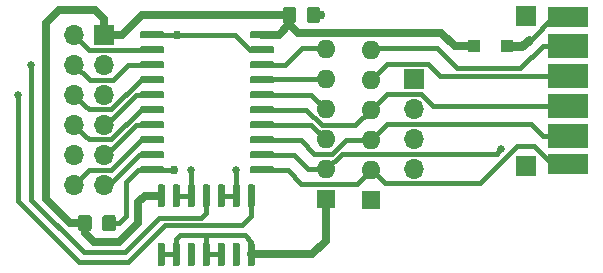
<source format=gtl>
G04 #@! TF.GenerationSoftware,KiCad,Pcbnew,(5.1.4)-1*
G04 #@! TF.CreationDate,2020-04-10T17:06:02+01:00*
G04 #@! TF.ProjectId,buffer,62756666-6572-42e6-9b69-6361645f7063,rev?*
G04 #@! TF.SameCoordinates,Original*
G04 #@! TF.FileFunction,Copper,L1,Top*
G04 #@! TF.FilePolarity,Positive*
%FSLAX46Y46*%
G04 Gerber Fmt 4.6, Leading zero omitted, Abs format (unit mm)*
G04 Created by KiCad (PCBNEW (5.1.4)-1) date 2020-04-10 17:06:02*
%MOMM*%
%LPD*%
G04 APERTURE LIST*
%ADD10R,3.500000X1.750000*%
%ADD11R,3.500000X2.000000*%
%ADD12R,1.600000X1.600000*%
%ADD13O,1.600000X1.600000*%
%ADD14O,1.700000X1.700000*%
%ADD15R,1.700000X1.700000*%
%ADD16C,0.100000*%
%ADD17C,0.600000*%
%ADD18C,1.150000*%
%ADD19R,1.100000X1.100000*%
%ADD20C,0.762000*%
%ADD21C,0.660400*%
%ADD22C,0.381000*%
%ADD23C,0.635000*%
%ADD24C,0.762000*%
G04 APERTURE END LIST*
D10*
X79601880Y-32906240D03*
D11*
X79601880Y-35321240D03*
X79601880Y-37861240D03*
X79601880Y-40401240D03*
X79601880Y-42941240D03*
D10*
X79601880Y-45356240D03*
D12*
X62962340Y-48333660D03*
D13*
X62962340Y-45793660D03*
X62962340Y-43253660D03*
X62962340Y-40713660D03*
X62962340Y-38173660D03*
X62962340Y-35633660D03*
D14*
X66617400Y-45730160D03*
X66617400Y-43190160D03*
X66617400Y-40650160D03*
D15*
X66617400Y-38110160D03*
X76033180Y-45504100D03*
X40353800Y-34376360D03*
D14*
X37813800Y-34376360D03*
X40353800Y-36916360D03*
X37813800Y-36916360D03*
X40353800Y-39456360D03*
X37813800Y-39456360D03*
X40353800Y-41996360D03*
X37813800Y-41996360D03*
X40353800Y-44536360D03*
X37813800Y-44536360D03*
X40353800Y-47076360D03*
X37813800Y-47076360D03*
D15*
X76040800Y-32801560D03*
D16*
G36*
X45291703Y-34086682D02*
G01*
X45306264Y-34088842D01*
X45320543Y-34092419D01*
X45334403Y-34097378D01*
X45347710Y-34103672D01*
X45360336Y-34111240D01*
X45372159Y-34120008D01*
X45383066Y-34129894D01*
X45392952Y-34140801D01*
X45401720Y-34152624D01*
X45409288Y-34165250D01*
X45415582Y-34178557D01*
X45420541Y-34192417D01*
X45424118Y-34206696D01*
X45426278Y-34221257D01*
X45427000Y-34235960D01*
X45427000Y-34535960D01*
X45426278Y-34550663D01*
X45424118Y-34565224D01*
X45420541Y-34579503D01*
X45415582Y-34593363D01*
X45409288Y-34606670D01*
X45401720Y-34619296D01*
X45392952Y-34631119D01*
X45383066Y-34642026D01*
X45372159Y-34651912D01*
X45360336Y-34660680D01*
X45347710Y-34668248D01*
X45334403Y-34674542D01*
X45320543Y-34679501D01*
X45306264Y-34683078D01*
X45291703Y-34685238D01*
X45277000Y-34685960D01*
X43527000Y-34685960D01*
X43512297Y-34685238D01*
X43497736Y-34683078D01*
X43483457Y-34679501D01*
X43469597Y-34674542D01*
X43456290Y-34668248D01*
X43443664Y-34660680D01*
X43431841Y-34651912D01*
X43420934Y-34642026D01*
X43411048Y-34631119D01*
X43402280Y-34619296D01*
X43394712Y-34606670D01*
X43388418Y-34593363D01*
X43383459Y-34579503D01*
X43379882Y-34565224D01*
X43377722Y-34550663D01*
X43377000Y-34535960D01*
X43377000Y-34235960D01*
X43377722Y-34221257D01*
X43379882Y-34206696D01*
X43383459Y-34192417D01*
X43388418Y-34178557D01*
X43394712Y-34165250D01*
X43402280Y-34152624D01*
X43411048Y-34140801D01*
X43420934Y-34129894D01*
X43431841Y-34120008D01*
X43443664Y-34111240D01*
X43456290Y-34103672D01*
X43469597Y-34097378D01*
X43483457Y-34092419D01*
X43497736Y-34088842D01*
X43512297Y-34086682D01*
X43527000Y-34085960D01*
X45277000Y-34085960D01*
X45291703Y-34086682D01*
X45291703Y-34086682D01*
G37*
D17*
X44402000Y-34385960D03*
D16*
G36*
X45291703Y-35356682D02*
G01*
X45306264Y-35358842D01*
X45320543Y-35362419D01*
X45334403Y-35367378D01*
X45347710Y-35373672D01*
X45360336Y-35381240D01*
X45372159Y-35390008D01*
X45383066Y-35399894D01*
X45392952Y-35410801D01*
X45401720Y-35422624D01*
X45409288Y-35435250D01*
X45415582Y-35448557D01*
X45420541Y-35462417D01*
X45424118Y-35476696D01*
X45426278Y-35491257D01*
X45427000Y-35505960D01*
X45427000Y-35805960D01*
X45426278Y-35820663D01*
X45424118Y-35835224D01*
X45420541Y-35849503D01*
X45415582Y-35863363D01*
X45409288Y-35876670D01*
X45401720Y-35889296D01*
X45392952Y-35901119D01*
X45383066Y-35912026D01*
X45372159Y-35921912D01*
X45360336Y-35930680D01*
X45347710Y-35938248D01*
X45334403Y-35944542D01*
X45320543Y-35949501D01*
X45306264Y-35953078D01*
X45291703Y-35955238D01*
X45277000Y-35955960D01*
X43527000Y-35955960D01*
X43512297Y-35955238D01*
X43497736Y-35953078D01*
X43483457Y-35949501D01*
X43469597Y-35944542D01*
X43456290Y-35938248D01*
X43443664Y-35930680D01*
X43431841Y-35921912D01*
X43420934Y-35912026D01*
X43411048Y-35901119D01*
X43402280Y-35889296D01*
X43394712Y-35876670D01*
X43388418Y-35863363D01*
X43383459Y-35849503D01*
X43379882Y-35835224D01*
X43377722Y-35820663D01*
X43377000Y-35805960D01*
X43377000Y-35505960D01*
X43377722Y-35491257D01*
X43379882Y-35476696D01*
X43383459Y-35462417D01*
X43388418Y-35448557D01*
X43394712Y-35435250D01*
X43402280Y-35422624D01*
X43411048Y-35410801D01*
X43420934Y-35399894D01*
X43431841Y-35390008D01*
X43443664Y-35381240D01*
X43456290Y-35373672D01*
X43469597Y-35367378D01*
X43483457Y-35362419D01*
X43497736Y-35358842D01*
X43512297Y-35356682D01*
X43527000Y-35355960D01*
X45277000Y-35355960D01*
X45291703Y-35356682D01*
X45291703Y-35356682D01*
G37*
D17*
X44402000Y-35655960D03*
D16*
G36*
X45291703Y-36626682D02*
G01*
X45306264Y-36628842D01*
X45320543Y-36632419D01*
X45334403Y-36637378D01*
X45347710Y-36643672D01*
X45360336Y-36651240D01*
X45372159Y-36660008D01*
X45383066Y-36669894D01*
X45392952Y-36680801D01*
X45401720Y-36692624D01*
X45409288Y-36705250D01*
X45415582Y-36718557D01*
X45420541Y-36732417D01*
X45424118Y-36746696D01*
X45426278Y-36761257D01*
X45427000Y-36775960D01*
X45427000Y-37075960D01*
X45426278Y-37090663D01*
X45424118Y-37105224D01*
X45420541Y-37119503D01*
X45415582Y-37133363D01*
X45409288Y-37146670D01*
X45401720Y-37159296D01*
X45392952Y-37171119D01*
X45383066Y-37182026D01*
X45372159Y-37191912D01*
X45360336Y-37200680D01*
X45347710Y-37208248D01*
X45334403Y-37214542D01*
X45320543Y-37219501D01*
X45306264Y-37223078D01*
X45291703Y-37225238D01*
X45277000Y-37225960D01*
X43527000Y-37225960D01*
X43512297Y-37225238D01*
X43497736Y-37223078D01*
X43483457Y-37219501D01*
X43469597Y-37214542D01*
X43456290Y-37208248D01*
X43443664Y-37200680D01*
X43431841Y-37191912D01*
X43420934Y-37182026D01*
X43411048Y-37171119D01*
X43402280Y-37159296D01*
X43394712Y-37146670D01*
X43388418Y-37133363D01*
X43383459Y-37119503D01*
X43379882Y-37105224D01*
X43377722Y-37090663D01*
X43377000Y-37075960D01*
X43377000Y-36775960D01*
X43377722Y-36761257D01*
X43379882Y-36746696D01*
X43383459Y-36732417D01*
X43388418Y-36718557D01*
X43394712Y-36705250D01*
X43402280Y-36692624D01*
X43411048Y-36680801D01*
X43420934Y-36669894D01*
X43431841Y-36660008D01*
X43443664Y-36651240D01*
X43456290Y-36643672D01*
X43469597Y-36637378D01*
X43483457Y-36632419D01*
X43497736Y-36628842D01*
X43512297Y-36626682D01*
X43527000Y-36625960D01*
X45277000Y-36625960D01*
X45291703Y-36626682D01*
X45291703Y-36626682D01*
G37*
D17*
X44402000Y-36925960D03*
D16*
G36*
X45291703Y-37896682D02*
G01*
X45306264Y-37898842D01*
X45320543Y-37902419D01*
X45334403Y-37907378D01*
X45347710Y-37913672D01*
X45360336Y-37921240D01*
X45372159Y-37930008D01*
X45383066Y-37939894D01*
X45392952Y-37950801D01*
X45401720Y-37962624D01*
X45409288Y-37975250D01*
X45415582Y-37988557D01*
X45420541Y-38002417D01*
X45424118Y-38016696D01*
X45426278Y-38031257D01*
X45427000Y-38045960D01*
X45427000Y-38345960D01*
X45426278Y-38360663D01*
X45424118Y-38375224D01*
X45420541Y-38389503D01*
X45415582Y-38403363D01*
X45409288Y-38416670D01*
X45401720Y-38429296D01*
X45392952Y-38441119D01*
X45383066Y-38452026D01*
X45372159Y-38461912D01*
X45360336Y-38470680D01*
X45347710Y-38478248D01*
X45334403Y-38484542D01*
X45320543Y-38489501D01*
X45306264Y-38493078D01*
X45291703Y-38495238D01*
X45277000Y-38495960D01*
X43527000Y-38495960D01*
X43512297Y-38495238D01*
X43497736Y-38493078D01*
X43483457Y-38489501D01*
X43469597Y-38484542D01*
X43456290Y-38478248D01*
X43443664Y-38470680D01*
X43431841Y-38461912D01*
X43420934Y-38452026D01*
X43411048Y-38441119D01*
X43402280Y-38429296D01*
X43394712Y-38416670D01*
X43388418Y-38403363D01*
X43383459Y-38389503D01*
X43379882Y-38375224D01*
X43377722Y-38360663D01*
X43377000Y-38345960D01*
X43377000Y-38045960D01*
X43377722Y-38031257D01*
X43379882Y-38016696D01*
X43383459Y-38002417D01*
X43388418Y-37988557D01*
X43394712Y-37975250D01*
X43402280Y-37962624D01*
X43411048Y-37950801D01*
X43420934Y-37939894D01*
X43431841Y-37930008D01*
X43443664Y-37921240D01*
X43456290Y-37913672D01*
X43469597Y-37907378D01*
X43483457Y-37902419D01*
X43497736Y-37898842D01*
X43512297Y-37896682D01*
X43527000Y-37895960D01*
X45277000Y-37895960D01*
X45291703Y-37896682D01*
X45291703Y-37896682D01*
G37*
D17*
X44402000Y-38195960D03*
D16*
G36*
X45291703Y-39166682D02*
G01*
X45306264Y-39168842D01*
X45320543Y-39172419D01*
X45334403Y-39177378D01*
X45347710Y-39183672D01*
X45360336Y-39191240D01*
X45372159Y-39200008D01*
X45383066Y-39209894D01*
X45392952Y-39220801D01*
X45401720Y-39232624D01*
X45409288Y-39245250D01*
X45415582Y-39258557D01*
X45420541Y-39272417D01*
X45424118Y-39286696D01*
X45426278Y-39301257D01*
X45427000Y-39315960D01*
X45427000Y-39615960D01*
X45426278Y-39630663D01*
X45424118Y-39645224D01*
X45420541Y-39659503D01*
X45415582Y-39673363D01*
X45409288Y-39686670D01*
X45401720Y-39699296D01*
X45392952Y-39711119D01*
X45383066Y-39722026D01*
X45372159Y-39731912D01*
X45360336Y-39740680D01*
X45347710Y-39748248D01*
X45334403Y-39754542D01*
X45320543Y-39759501D01*
X45306264Y-39763078D01*
X45291703Y-39765238D01*
X45277000Y-39765960D01*
X43527000Y-39765960D01*
X43512297Y-39765238D01*
X43497736Y-39763078D01*
X43483457Y-39759501D01*
X43469597Y-39754542D01*
X43456290Y-39748248D01*
X43443664Y-39740680D01*
X43431841Y-39731912D01*
X43420934Y-39722026D01*
X43411048Y-39711119D01*
X43402280Y-39699296D01*
X43394712Y-39686670D01*
X43388418Y-39673363D01*
X43383459Y-39659503D01*
X43379882Y-39645224D01*
X43377722Y-39630663D01*
X43377000Y-39615960D01*
X43377000Y-39315960D01*
X43377722Y-39301257D01*
X43379882Y-39286696D01*
X43383459Y-39272417D01*
X43388418Y-39258557D01*
X43394712Y-39245250D01*
X43402280Y-39232624D01*
X43411048Y-39220801D01*
X43420934Y-39209894D01*
X43431841Y-39200008D01*
X43443664Y-39191240D01*
X43456290Y-39183672D01*
X43469597Y-39177378D01*
X43483457Y-39172419D01*
X43497736Y-39168842D01*
X43512297Y-39166682D01*
X43527000Y-39165960D01*
X45277000Y-39165960D01*
X45291703Y-39166682D01*
X45291703Y-39166682D01*
G37*
D17*
X44402000Y-39465960D03*
D16*
G36*
X45291703Y-40436682D02*
G01*
X45306264Y-40438842D01*
X45320543Y-40442419D01*
X45334403Y-40447378D01*
X45347710Y-40453672D01*
X45360336Y-40461240D01*
X45372159Y-40470008D01*
X45383066Y-40479894D01*
X45392952Y-40490801D01*
X45401720Y-40502624D01*
X45409288Y-40515250D01*
X45415582Y-40528557D01*
X45420541Y-40542417D01*
X45424118Y-40556696D01*
X45426278Y-40571257D01*
X45427000Y-40585960D01*
X45427000Y-40885960D01*
X45426278Y-40900663D01*
X45424118Y-40915224D01*
X45420541Y-40929503D01*
X45415582Y-40943363D01*
X45409288Y-40956670D01*
X45401720Y-40969296D01*
X45392952Y-40981119D01*
X45383066Y-40992026D01*
X45372159Y-41001912D01*
X45360336Y-41010680D01*
X45347710Y-41018248D01*
X45334403Y-41024542D01*
X45320543Y-41029501D01*
X45306264Y-41033078D01*
X45291703Y-41035238D01*
X45277000Y-41035960D01*
X43527000Y-41035960D01*
X43512297Y-41035238D01*
X43497736Y-41033078D01*
X43483457Y-41029501D01*
X43469597Y-41024542D01*
X43456290Y-41018248D01*
X43443664Y-41010680D01*
X43431841Y-41001912D01*
X43420934Y-40992026D01*
X43411048Y-40981119D01*
X43402280Y-40969296D01*
X43394712Y-40956670D01*
X43388418Y-40943363D01*
X43383459Y-40929503D01*
X43379882Y-40915224D01*
X43377722Y-40900663D01*
X43377000Y-40885960D01*
X43377000Y-40585960D01*
X43377722Y-40571257D01*
X43379882Y-40556696D01*
X43383459Y-40542417D01*
X43388418Y-40528557D01*
X43394712Y-40515250D01*
X43402280Y-40502624D01*
X43411048Y-40490801D01*
X43420934Y-40479894D01*
X43431841Y-40470008D01*
X43443664Y-40461240D01*
X43456290Y-40453672D01*
X43469597Y-40447378D01*
X43483457Y-40442419D01*
X43497736Y-40438842D01*
X43512297Y-40436682D01*
X43527000Y-40435960D01*
X45277000Y-40435960D01*
X45291703Y-40436682D01*
X45291703Y-40436682D01*
G37*
D17*
X44402000Y-40735960D03*
D16*
G36*
X45291703Y-41706682D02*
G01*
X45306264Y-41708842D01*
X45320543Y-41712419D01*
X45334403Y-41717378D01*
X45347710Y-41723672D01*
X45360336Y-41731240D01*
X45372159Y-41740008D01*
X45383066Y-41749894D01*
X45392952Y-41760801D01*
X45401720Y-41772624D01*
X45409288Y-41785250D01*
X45415582Y-41798557D01*
X45420541Y-41812417D01*
X45424118Y-41826696D01*
X45426278Y-41841257D01*
X45427000Y-41855960D01*
X45427000Y-42155960D01*
X45426278Y-42170663D01*
X45424118Y-42185224D01*
X45420541Y-42199503D01*
X45415582Y-42213363D01*
X45409288Y-42226670D01*
X45401720Y-42239296D01*
X45392952Y-42251119D01*
X45383066Y-42262026D01*
X45372159Y-42271912D01*
X45360336Y-42280680D01*
X45347710Y-42288248D01*
X45334403Y-42294542D01*
X45320543Y-42299501D01*
X45306264Y-42303078D01*
X45291703Y-42305238D01*
X45277000Y-42305960D01*
X43527000Y-42305960D01*
X43512297Y-42305238D01*
X43497736Y-42303078D01*
X43483457Y-42299501D01*
X43469597Y-42294542D01*
X43456290Y-42288248D01*
X43443664Y-42280680D01*
X43431841Y-42271912D01*
X43420934Y-42262026D01*
X43411048Y-42251119D01*
X43402280Y-42239296D01*
X43394712Y-42226670D01*
X43388418Y-42213363D01*
X43383459Y-42199503D01*
X43379882Y-42185224D01*
X43377722Y-42170663D01*
X43377000Y-42155960D01*
X43377000Y-41855960D01*
X43377722Y-41841257D01*
X43379882Y-41826696D01*
X43383459Y-41812417D01*
X43388418Y-41798557D01*
X43394712Y-41785250D01*
X43402280Y-41772624D01*
X43411048Y-41760801D01*
X43420934Y-41749894D01*
X43431841Y-41740008D01*
X43443664Y-41731240D01*
X43456290Y-41723672D01*
X43469597Y-41717378D01*
X43483457Y-41712419D01*
X43497736Y-41708842D01*
X43512297Y-41706682D01*
X43527000Y-41705960D01*
X45277000Y-41705960D01*
X45291703Y-41706682D01*
X45291703Y-41706682D01*
G37*
D17*
X44402000Y-42005960D03*
D16*
G36*
X45291703Y-42976682D02*
G01*
X45306264Y-42978842D01*
X45320543Y-42982419D01*
X45334403Y-42987378D01*
X45347710Y-42993672D01*
X45360336Y-43001240D01*
X45372159Y-43010008D01*
X45383066Y-43019894D01*
X45392952Y-43030801D01*
X45401720Y-43042624D01*
X45409288Y-43055250D01*
X45415582Y-43068557D01*
X45420541Y-43082417D01*
X45424118Y-43096696D01*
X45426278Y-43111257D01*
X45427000Y-43125960D01*
X45427000Y-43425960D01*
X45426278Y-43440663D01*
X45424118Y-43455224D01*
X45420541Y-43469503D01*
X45415582Y-43483363D01*
X45409288Y-43496670D01*
X45401720Y-43509296D01*
X45392952Y-43521119D01*
X45383066Y-43532026D01*
X45372159Y-43541912D01*
X45360336Y-43550680D01*
X45347710Y-43558248D01*
X45334403Y-43564542D01*
X45320543Y-43569501D01*
X45306264Y-43573078D01*
X45291703Y-43575238D01*
X45277000Y-43575960D01*
X43527000Y-43575960D01*
X43512297Y-43575238D01*
X43497736Y-43573078D01*
X43483457Y-43569501D01*
X43469597Y-43564542D01*
X43456290Y-43558248D01*
X43443664Y-43550680D01*
X43431841Y-43541912D01*
X43420934Y-43532026D01*
X43411048Y-43521119D01*
X43402280Y-43509296D01*
X43394712Y-43496670D01*
X43388418Y-43483363D01*
X43383459Y-43469503D01*
X43379882Y-43455224D01*
X43377722Y-43440663D01*
X43377000Y-43425960D01*
X43377000Y-43125960D01*
X43377722Y-43111257D01*
X43379882Y-43096696D01*
X43383459Y-43082417D01*
X43388418Y-43068557D01*
X43394712Y-43055250D01*
X43402280Y-43042624D01*
X43411048Y-43030801D01*
X43420934Y-43019894D01*
X43431841Y-43010008D01*
X43443664Y-43001240D01*
X43456290Y-42993672D01*
X43469597Y-42987378D01*
X43483457Y-42982419D01*
X43497736Y-42978842D01*
X43512297Y-42976682D01*
X43527000Y-42975960D01*
X45277000Y-42975960D01*
X45291703Y-42976682D01*
X45291703Y-42976682D01*
G37*
D17*
X44402000Y-43275960D03*
D16*
G36*
X45291703Y-44246682D02*
G01*
X45306264Y-44248842D01*
X45320543Y-44252419D01*
X45334403Y-44257378D01*
X45347710Y-44263672D01*
X45360336Y-44271240D01*
X45372159Y-44280008D01*
X45383066Y-44289894D01*
X45392952Y-44300801D01*
X45401720Y-44312624D01*
X45409288Y-44325250D01*
X45415582Y-44338557D01*
X45420541Y-44352417D01*
X45424118Y-44366696D01*
X45426278Y-44381257D01*
X45427000Y-44395960D01*
X45427000Y-44695960D01*
X45426278Y-44710663D01*
X45424118Y-44725224D01*
X45420541Y-44739503D01*
X45415582Y-44753363D01*
X45409288Y-44766670D01*
X45401720Y-44779296D01*
X45392952Y-44791119D01*
X45383066Y-44802026D01*
X45372159Y-44811912D01*
X45360336Y-44820680D01*
X45347710Y-44828248D01*
X45334403Y-44834542D01*
X45320543Y-44839501D01*
X45306264Y-44843078D01*
X45291703Y-44845238D01*
X45277000Y-44845960D01*
X43527000Y-44845960D01*
X43512297Y-44845238D01*
X43497736Y-44843078D01*
X43483457Y-44839501D01*
X43469597Y-44834542D01*
X43456290Y-44828248D01*
X43443664Y-44820680D01*
X43431841Y-44811912D01*
X43420934Y-44802026D01*
X43411048Y-44791119D01*
X43402280Y-44779296D01*
X43394712Y-44766670D01*
X43388418Y-44753363D01*
X43383459Y-44739503D01*
X43379882Y-44725224D01*
X43377722Y-44710663D01*
X43377000Y-44695960D01*
X43377000Y-44395960D01*
X43377722Y-44381257D01*
X43379882Y-44366696D01*
X43383459Y-44352417D01*
X43388418Y-44338557D01*
X43394712Y-44325250D01*
X43402280Y-44312624D01*
X43411048Y-44300801D01*
X43420934Y-44289894D01*
X43431841Y-44280008D01*
X43443664Y-44271240D01*
X43456290Y-44263672D01*
X43469597Y-44257378D01*
X43483457Y-44252419D01*
X43497736Y-44248842D01*
X43512297Y-44246682D01*
X43527000Y-44245960D01*
X45277000Y-44245960D01*
X45291703Y-44246682D01*
X45291703Y-44246682D01*
G37*
D17*
X44402000Y-44545960D03*
D16*
G36*
X45291703Y-45516682D02*
G01*
X45306264Y-45518842D01*
X45320543Y-45522419D01*
X45334403Y-45527378D01*
X45347710Y-45533672D01*
X45360336Y-45541240D01*
X45372159Y-45550008D01*
X45383066Y-45559894D01*
X45392952Y-45570801D01*
X45401720Y-45582624D01*
X45409288Y-45595250D01*
X45415582Y-45608557D01*
X45420541Y-45622417D01*
X45424118Y-45636696D01*
X45426278Y-45651257D01*
X45427000Y-45665960D01*
X45427000Y-45965960D01*
X45426278Y-45980663D01*
X45424118Y-45995224D01*
X45420541Y-46009503D01*
X45415582Y-46023363D01*
X45409288Y-46036670D01*
X45401720Y-46049296D01*
X45392952Y-46061119D01*
X45383066Y-46072026D01*
X45372159Y-46081912D01*
X45360336Y-46090680D01*
X45347710Y-46098248D01*
X45334403Y-46104542D01*
X45320543Y-46109501D01*
X45306264Y-46113078D01*
X45291703Y-46115238D01*
X45277000Y-46115960D01*
X43527000Y-46115960D01*
X43512297Y-46115238D01*
X43497736Y-46113078D01*
X43483457Y-46109501D01*
X43469597Y-46104542D01*
X43456290Y-46098248D01*
X43443664Y-46090680D01*
X43431841Y-46081912D01*
X43420934Y-46072026D01*
X43411048Y-46061119D01*
X43402280Y-46049296D01*
X43394712Y-46036670D01*
X43388418Y-46023363D01*
X43383459Y-46009503D01*
X43379882Y-45995224D01*
X43377722Y-45980663D01*
X43377000Y-45965960D01*
X43377000Y-45665960D01*
X43377722Y-45651257D01*
X43379882Y-45636696D01*
X43383459Y-45622417D01*
X43388418Y-45608557D01*
X43394712Y-45595250D01*
X43402280Y-45582624D01*
X43411048Y-45570801D01*
X43420934Y-45559894D01*
X43431841Y-45550008D01*
X43443664Y-45541240D01*
X43456290Y-45533672D01*
X43469597Y-45527378D01*
X43483457Y-45522419D01*
X43497736Y-45518842D01*
X43512297Y-45516682D01*
X43527000Y-45515960D01*
X45277000Y-45515960D01*
X45291703Y-45516682D01*
X45291703Y-45516682D01*
G37*
D17*
X44402000Y-45815960D03*
D16*
G36*
X54591703Y-45516682D02*
G01*
X54606264Y-45518842D01*
X54620543Y-45522419D01*
X54634403Y-45527378D01*
X54647710Y-45533672D01*
X54660336Y-45541240D01*
X54672159Y-45550008D01*
X54683066Y-45559894D01*
X54692952Y-45570801D01*
X54701720Y-45582624D01*
X54709288Y-45595250D01*
X54715582Y-45608557D01*
X54720541Y-45622417D01*
X54724118Y-45636696D01*
X54726278Y-45651257D01*
X54727000Y-45665960D01*
X54727000Y-45965960D01*
X54726278Y-45980663D01*
X54724118Y-45995224D01*
X54720541Y-46009503D01*
X54715582Y-46023363D01*
X54709288Y-46036670D01*
X54701720Y-46049296D01*
X54692952Y-46061119D01*
X54683066Y-46072026D01*
X54672159Y-46081912D01*
X54660336Y-46090680D01*
X54647710Y-46098248D01*
X54634403Y-46104542D01*
X54620543Y-46109501D01*
X54606264Y-46113078D01*
X54591703Y-46115238D01*
X54577000Y-46115960D01*
X52827000Y-46115960D01*
X52812297Y-46115238D01*
X52797736Y-46113078D01*
X52783457Y-46109501D01*
X52769597Y-46104542D01*
X52756290Y-46098248D01*
X52743664Y-46090680D01*
X52731841Y-46081912D01*
X52720934Y-46072026D01*
X52711048Y-46061119D01*
X52702280Y-46049296D01*
X52694712Y-46036670D01*
X52688418Y-46023363D01*
X52683459Y-46009503D01*
X52679882Y-45995224D01*
X52677722Y-45980663D01*
X52677000Y-45965960D01*
X52677000Y-45665960D01*
X52677722Y-45651257D01*
X52679882Y-45636696D01*
X52683459Y-45622417D01*
X52688418Y-45608557D01*
X52694712Y-45595250D01*
X52702280Y-45582624D01*
X52711048Y-45570801D01*
X52720934Y-45559894D01*
X52731841Y-45550008D01*
X52743664Y-45541240D01*
X52756290Y-45533672D01*
X52769597Y-45527378D01*
X52783457Y-45522419D01*
X52797736Y-45518842D01*
X52812297Y-45516682D01*
X52827000Y-45515960D01*
X54577000Y-45515960D01*
X54591703Y-45516682D01*
X54591703Y-45516682D01*
G37*
D17*
X53702000Y-45815960D03*
D16*
G36*
X54591703Y-44246682D02*
G01*
X54606264Y-44248842D01*
X54620543Y-44252419D01*
X54634403Y-44257378D01*
X54647710Y-44263672D01*
X54660336Y-44271240D01*
X54672159Y-44280008D01*
X54683066Y-44289894D01*
X54692952Y-44300801D01*
X54701720Y-44312624D01*
X54709288Y-44325250D01*
X54715582Y-44338557D01*
X54720541Y-44352417D01*
X54724118Y-44366696D01*
X54726278Y-44381257D01*
X54727000Y-44395960D01*
X54727000Y-44695960D01*
X54726278Y-44710663D01*
X54724118Y-44725224D01*
X54720541Y-44739503D01*
X54715582Y-44753363D01*
X54709288Y-44766670D01*
X54701720Y-44779296D01*
X54692952Y-44791119D01*
X54683066Y-44802026D01*
X54672159Y-44811912D01*
X54660336Y-44820680D01*
X54647710Y-44828248D01*
X54634403Y-44834542D01*
X54620543Y-44839501D01*
X54606264Y-44843078D01*
X54591703Y-44845238D01*
X54577000Y-44845960D01*
X52827000Y-44845960D01*
X52812297Y-44845238D01*
X52797736Y-44843078D01*
X52783457Y-44839501D01*
X52769597Y-44834542D01*
X52756290Y-44828248D01*
X52743664Y-44820680D01*
X52731841Y-44811912D01*
X52720934Y-44802026D01*
X52711048Y-44791119D01*
X52702280Y-44779296D01*
X52694712Y-44766670D01*
X52688418Y-44753363D01*
X52683459Y-44739503D01*
X52679882Y-44725224D01*
X52677722Y-44710663D01*
X52677000Y-44695960D01*
X52677000Y-44395960D01*
X52677722Y-44381257D01*
X52679882Y-44366696D01*
X52683459Y-44352417D01*
X52688418Y-44338557D01*
X52694712Y-44325250D01*
X52702280Y-44312624D01*
X52711048Y-44300801D01*
X52720934Y-44289894D01*
X52731841Y-44280008D01*
X52743664Y-44271240D01*
X52756290Y-44263672D01*
X52769597Y-44257378D01*
X52783457Y-44252419D01*
X52797736Y-44248842D01*
X52812297Y-44246682D01*
X52827000Y-44245960D01*
X54577000Y-44245960D01*
X54591703Y-44246682D01*
X54591703Y-44246682D01*
G37*
D17*
X53702000Y-44545960D03*
D16*
G36*
X54591703Y-42976682D02*
G01*
X54606264Y-42978842D01*
X54620543Y-42982419D01*
X54634403Y-42987378D01*
X54647710Y-42993672D01*
X54660336Y-43001240D01*
X54672159Y-43010008D01*
X54683066Y-43019894D01*
X54692952Y-43030801D01*
X54701720Y-43042624D01*
X54709288Y-43055250D01*
X54715582Y-43068557D01*
X54720541Y-43082417D01*
X54724118Y-43096696D01*
X54726278Y-43111257D01*
X54727000Y-43125960D01*
X54727000Y-43425960D01*
X54726278Y-43440663D01*
X54724118Y-43455224D01*
X54720541Y-43469503D01*
X54715582Y-43483363D01*
X54709288Y-43496670D01*
X54701720Y-43509296D01*
X54692952Y-43521119D01*
X54683066Y-43532026D01*
X54672159Y-43541912D01*
X54660336Y-43550680D01*
X54647710Y-43558248D01*
X54634403Y-43564542D01*
X54620543Y-43569501D01*
X54606264Y-43573078D01*
X54591703Y-43575238D01*
X54577000Y-43575960D01*
X52827000Y-43575960D01*
X52812297Y-43575238D01*
X52797736Y-43573078D01*
X52783457Y-43569501D01*
X52769597Y-43564542D01*
X52756290Y-43558248D01*
X52743664Y-43550680D01*
X52731841Y-43541912D01*
X52720934Y-43532026D01*
X52711048Y-43521119D01*
X52702280Y-43509296D01*
X52694712Y-43496670D01*
X52688418Y-43483363D01*
X52683459Y-43469503D01*
X52679882Y-43455224D01*
X52677722Y-43440663D01*
X52677000Y-43425960D01*
X52677000Y-43125960D01*
X52677722Y-43111257D01*
X52679882Y-43096696D01*
X52683459Y-43082417D01*
X52688418Y-43068557D01*
X52694712Y-43055250D01*
X52702280Y-43042624D01*
X52711048Y-43030801D01*
X52720934Y-43019894D01*
X52731841Y-43010008D01*
X52743664Y-43001240D01*
X52756290Y-42993672D01*
X52769597Y-42987378D01*
X52783457Y-42982419D01*
X52797736Y-42978842D01*
X52812297Y-42976682D01*
X52827000Y-42975960D01*
X54577000Y-42975960D01*
X54591703Y-42976682D01*
X54591703Y-42976682D01*
G37*
D17*
X53702000Y-43275960D03*
D16*
G36*
X54591703Y-41706682D02*
G01*
X54606264Y-41708842D01*
X54620543Y-41712419D01*
X54634403Y-41717378D01*
X54647710Y-41723672D01*
X54660336Y-41731240D01*
X54672159Y-41740008D01*
X54683066Y-41749894D01*
X54692952Y-41760801D01*
X54701720Y-41772624D01*
X54709288Y-41785250D01*
X54715582Y-41798557D01*
X54720541Y-41812417D01*
X54724118Y-41826696D01*
X54726278Y-41841257D01*
X54727000Y-41855960D01*
X54727000Y-42155960D01*
X54726278Y-42170663D01*
X54724118Y-42185224D01*
X54720541Y-42199503D01*
X54715582Y-42213363D01*
X54709288Y-42226670D01*
X54701720Y-42239296D01*
X54692952Y-42251119D01*
X54683066Y-42262026D01*
X54672159Y-42271912D01*
X54660336Y-42280680D01*
X54647710Y-42288248D01*
X54634403Y-42294542D01*
X54620543Y-42299501D01*
X54606264Y-42303078D01*
X54591703Y-42305238D01*
X54577000Y-42305960D01*
X52827000Y-42305960D01*
X52812297Y-42305238D01*
X52797736Y-42303078D01*
X52783457Y-42299501D01*
X52769597Y-42294542D01*
X52756290Y-42288248D01*
X52743664Y-42280680D01*
X52731841Y-42271912D01*
X52720934Y-42262026D01*
X52711048Y-42251119D01*
X52702280Y-42239296D01*
X52694712Y-42226670D01*
X52688418Y-42213363D01*
X52683459Y-42199503D01*
X52679882Y-42185224D01*
X52677722Y-42170663D01*
X52677000Y-42155960D01*
X52677000Y-41855960D01*
X52677722Y-41841257D01*
X52679882Y-41826696D01*
X52683459Y-41812417D01*
X52688418Y-41798557D01*
X52694712Y-41785250D01*
X52702280Y-41772624D01*
X52711048Y-41760801D01*
X52720934Y-41749894D01*
X52731841Y-41740008D01*
X52743664Y-41731240D01*
X52756290Y-41723672D01*
X52769597Y-41717378D01*
X52783457Y-41712419D01*
X52797736Y-41708842D01*
X52812297Y-41706682D01*
X52827000Y-41705960D01*
X54577000Y-41705960D01*
X54591703Y-41706682D01*
X54591703Y-41706682D01*
G37*
D17*
X53702000Y-42005960D03*
D16*
G36*
X54591703Y-40436682D02*
G01*
X54606264Y-40438842D01*
X54620543Y-40442419D01*
X54634403Y-40447378D01*
X54647710Y-40453672D01*
X54660336Y-40461240D01*
X54672159Y-40470008D01*
X54683066Y-40479894D01*
X54692952Y-40490801D01*
X54701720Y-40502624D01*
X54709288Y-40515250D01*
X54715582Y-40528557D01*
X54720541Y-40542417D01*
X54724118Y-40556696D01*
X54726278Y-40571257D01*
X54727000Y-40585960D01*
X54727000Y-40885960D01*
X54726278Y-40900663D01*
X54724118Y-40915224D01*
X54720541Y-40929503D01*
X54715582Y-40943363D01*
X54709288Y-40956670D01*
X54701720Y-40969296D01*
X54692952Y-40981119D01*
X54683066Y-40992026D01*
X54672159Y-41001912D01*
X54660336Y-41010680D01*
X54647710Y-41018248D01*
X54634403Y-41024542D01*
X54620543Y-41029501D01*
X54606264Y-41033078D01*
X54591703Y-41035238D01*
X54577000Y-41035960D01*
X52827000Y-41035960D01*
X52812297Y-41035238D01*
X52797736Y-41033078D01*
X52783457Y-41029501D01*
X52769597Y-41024542D01*
X52756290Y-41018248D01*
X52743664Y-41010680D01*
X52731841Y-41001912D01*
X52720934Y-40992026D01*
X52711048Y-40981119D01*
X52702280Y-40969296D01*
X52694712Y-40956670D01*
X52688418Y-40943363D01*
X52683459Y-40929503D01*
X52679882Y-40915224D01*
X52677722Y-40900663D01*
X52677000Y-40885960D01*
X52677000Y-40585960D01*
X52677722Y-40571257D01*
X52679882Y-40556696D01*
X52683459Y-40542417D01*
X52688418Y-40528557D01*
X52694712Y-40515250D01*
X52702280Y-40502624D01*
X52711048Y-40490801D01*
X52720934Y-40479894D01*
X52731841Y-40470008D01*
X52743664Y-40461240D01*
X52756290Y-40453672D01*
X52769597Y-40447378D01*
X52783457Y-40442419D01*
X52797736Y-40438842D01*
X52812297Y-40436682D01*
X52827000Y-40435960D01*
X54577000Y-40435960D01*
X54591703Y-40436682D01*
X54591703Y-40436682D01*
G37*
D17*
X53702000Y-40735960D03*
D16*
G36*
X54591703Y-39166682D02*
G01*
X54606264Y-39168842D01*
X54620543Y-39172419D01*
X54634403Y-39177378D01*
X54647710Y-39183672D01*
X54660336Y-39191240D01*
X54672159Y-39200008D01*
X54683066Y-39209894D01*
X54692952Y-39220801D01*
X54701720Y-39232624D01*
X54709288Y-39245250D01*
X54715582Y-39258557D01*
X54720541Y-39272417D01*
X54724118Y-39286696D01*
X54726278Y-39301257D01*
X54727000Y-39315960D01*
X54727000Y-39615960D01*
X54726278Y-39630663D01*
X54724118Y-39645224D01*
X54720541Y-39659503D01*
X54715582Y-39673363D01*
X54709288Y-39686670D01*
X54701720Y-39699296D01*
X54692952Y-39711119D01*
X54683066Y-39722026D01*
X54672159Y-39731912D01*
X54660336Y-39740680D01*
X54647710Y-39748248D01*
X54634403Y-39754542D01*
X54620543Y-39759501D01*
X54606264Y-39763078D01*
X54591703Y-39765238D01*
X54577000Y-39765960D01*
X52827000Y-39765960D01*
X52812297Y-39765238D01*
X52797736Y-39763078D01*
X52783457Y-39759501D01*
X52769597Y-39754542D01*
X52756290Y-39748248D01*
X52743664Y-39740680D01*
X52731841Y-39731912D01*
X52720934Y-39722026D01*
X52711048Y-39711119D01*
X52702280Y-39699296D01*
X52694712Y-39686670D01*
X52688418Y-39673363D01*
X52683459Y-39659503D01*
X52679882Y-39645224D01*
X52677722Y-39630663D01*
X52677000Y-39615960D01*
X52677000Y-39315960D01*
X52677722Y-39301257D01*
X52679882Y-39286696D01*
X52683459Y-39272417D01*
X52688418Y-39258557D01*
X52694712Y-39245250D01*
X52702280Y-39232624D01*
X52711048Y-39220801D01*
X52720934Y-39209894D01*
X52731841Y-39200008D01*
X52743664Y-39191240D01*
X52756290Y-39183672D01*
X52769597Y-39177378D01*
X52783457Y-39172419D01*
X52797736Y-39168842D01*
X52812297Y-39166682D01*
X52827000Y-39165960D01*
X54577000Y-39165960D01*
X54591703Y-39166682D01*
X54591703Y-39166682D01*
G37*
D17*
X53702000Y-39465960D03*
D16*
G36*
X54591703Y-37896682D02*
G01*
X54606264Y-37898842D01*
X54620543Y-37902419D01*
X54634403Y-37907378D01*
X54647710Y-37913672D01*
X54660336Y-37921240D01*
X54672159Y-37930008D01*
X54683066Y-37939894D01*
X54692952Y-37950801D01*
X54701720Y-37962624D01*
X54709288Y-37975250D01*
X54715582Y-37988557D01*
X54720541Y-38002417D01*
X54724118Y-38016696D01*
X54726278Y-38031257D01*
X54727000Y-38045960D01*
X54727000Y-38345960D01*
X54726278Y-38360663D01*
X54724118Y-38375224D01*
X54720541Y-38389503D01*
X54715582Y-38403363D01*
X54709288Y-38416670D01*
X54701720Y-38429296D01*
X54692952Y-38441119D01*
X54683066Y-38452026D01*
X54672159Y-38461912D01*
X54660336Y-38470680D01*
X54647710Y-38478248D01*
X54634403Y-38484542D01*
X54620543Y-38489501D01*
X54606264Y-38493078D01*
X54591703Y-38495238D01*
X54577000Y-38495960D01*
X52827000Y-38495960D01*
X52812297Y-38495238D01*
X52797736Y-38493078D01*
X52783457Y-38489501D01*
X52769597Y-38484542D01*
X52756290Y-38478248D01*
X52743664Y-38470680D01*
X52731841Y-38461912D01*
X52720934Y-38452026D01*
X52711048Y-38441119D01*
X52702280Y-38429296D01*
X52694712Y-38416670D01*
X52688418Y-38403363D01*
X52683459Y-38389503D01*
X52679882Y-38375224D01*
X52677722Y-38360663D01*
X52677000Y-38345960D01*
X52677000Y-38045960D01*
X52677722Y-38031257D01*
X52679882Y-38016696D01*
X52683459Y-38002417D01*
X52688418Y-37988557D01*
X52694712Y-37975250D01*
X52702280Y-37962624D01*
X52711048Y-37950801D01*
X52720934Y-37939894D01*
X52731841Y-37930008D01*
X52743664Y-37921240D01*
X52756290Y-37913672D01*
X52769597Y-37907378D01*
X52783457Y-37902419D01*
X52797736Y-37898842D01*
X52812297Y-37896682D01*
X52827000Y-37895960D01*
X54577000Y-37895960D01*
X54591703Y-37896682D01*
X54591703Y-37896682D01*
G37*
D17*
X53702000Y-38195960D03*
D16*
G36*
X54591703Y-36626682D02*
G01*
X54606264Y-36628842D01*
X54620543Y-36632419D01*
X54634403Y-36637378D01*
X54647710Y-36643672D01*
X54660336Y-36651240D01*
X54672159Y-36660008D01*
X54683066Y-36669894D01*
X54692952Y-36680801D01*
X54701720Y-36692624D01*
X54709288Y-36705250D01*
X54715582Y-36718557D01*
X54720541Y-36732417D01*
X54724118Y-36746696D01*
X54726278Y-36761257D01*
X54727000Y-36775960D01*
X54727000Y-37075960D01*
X54726278Y-37090663D01*
X54724118Y-37105224D01*
X54720541Y-37119503D01*
X54715582Y-37133363D01*
X54709288Y-37146670D01*
X54701720Y-37159296D01*
X54692952Y-37171119D01*
X54683066Y-37182026D01*
X54672159Y-37191912D01*
X54660336Y-37200680D01*
X54647710Y-37208248D01*
X54634403Y-37214542D01*
X54620543Y-37219501D01*
X54606264Y-37223078D01*
X54591703Y-37225238D01*
X54577000Y-37225960D01*
X52827000Y-37225960D01*
X52812297Y-37225238D01*
X52797736Y-37223078D01*
X52783457Y-37219501D01*
X52769597Y-37214542D01*
X52756290Y-37208248D01*
X52743664Y-37200680D01*
X52731841Y-37191912D01*
X52720934Y-37182026D01*
X52711048Y-37171119D01*
X52702280Y-37159296D01*
X52694712Y-37146670D01*
X52688418Y-37133363D01*
X52683459Y-37119503D01*
X52679882Y-37105224D01*
X52677722Y-37090663D01*
X52677000Y-37075960D01*
X52677000Y-36775960D01*
X52677722Y-36761257D01*
X52679882Y-36746696D01*
X52683459Y-36732417D01*
X52688418Y-36718557D01*
X52694712Y-36705250D01*
X52702280Y-36692624D01*
X52711048Y-36680801D01*
X52720934Y-36669894D01*
X52731841Y-36660008D01*
X52743664Y-36651240D01*
X52756290Y-36643672D01*
X52769597Y-36637378D01*
X52783457Y-36632419D01*
X52797736Y-36628842D01*
X52812297Y-36626682D01*
X52827000Y-36625960D01*
X54577000Y-36625960D01*
X54591703Y-36626682D01*
X54591703Y-36626682D01*
G37*
D17*
X53702000Y-36925960D03*
D16*
G36*
X54591703Y-35356682D02*
G01*
X54606264Y-35358842D01*
X54620543Y-35362419D01*
X54634403Y-35367378D01*
X54647710Y-35373672D01*
X54660336Y-35381240D01*
X54672159Y-35390008D01*
X54683066Y-35399894D01*
X54692952Y-35410801D01*
X54701720Y-35422624D01*
X54709288Y-35435250D01*
X54715582Y-35448557D01*
X54720541Y-35462417D01*
X54724118Y-35476696D01*
X54726278Y-35491257D01*
X54727000Y-35505960D01*
X54727000Y-35805960D01*
X54726278Y-35820663D01*
X54724118Y-35835224D01*
X54720541Y-35849503D01*
X54715582Y-35863363D01*
X54709288Y-35876670D01*
X54701720Y-35889296D01*
X54692952Y-35901119D01*
X54683066Y-35912026D01*
X54672159Y-35921912D01*
X54660336Y-35930680D01*
X54647710Y-35938248D01*
X54634403Y-35944542D01*
X54620543Y-35949501D01*
X54606264Y-35953078D01*
X54591703Y-35955238D01*
X54577000Y-35955960D01*
X52827000Y-35955960D01*
X52812297Y-35955238D01*
X52797736Y-35953078D01*
X52783457Y-35949501D01*
X52769597Y-35944542D01*
X52756290Y-35938248D01*
X52743664Y-35930680D01*
X52731841Y-35921912D01*
X52720934Y-35912026D01*
X52711048Y-35901119D01*
X52702280Y-35889296D01*
X52694712Y-35876670D01*
X52688418Y-35863363D01*
X52683459Y-35849503D01*
X52679882Y-35835224D01*
X52677722Y-35820663D01*
X52677000Y-35805960D01*
X52677000Y-35505960D01*
X52677722Y-35491257D01*
X52679882Y-35476696D01*
X52683459Y-35462417D01*
X52688418Y-35448557D01*
X52694712Y-35435250D01*
X52702280Y-35422624D01*
X52711048Y-35410801D01*
X52720934Y-35399894D01*
X52731841Y-35390008D01*
X52743664Y-35381240D01*
X52756290Y-35373672D01*
X52769597Y-35367378D01*
X52783457Y-35362419D01*
X52797736Y-35358842D01*
X52812297Y-35356682D01*
X52827000Y-35355960D01*
X54577000Y-35355960D01*
X54591703Y-35356682D01*
X54591703Y-35356682D01*
G37*
D17*
X53702000Y-35655960D03*
D16*
G36*
X54591703Y-34086682D02*
G01*
X54606264Y-34088842D01*
X54620543Y-34092419D01*
X54634403Y-34097378D01*
X54647710Y-34103672D01*
X54660336Y-34111240D01*
X54672159Y-34120008D01*
X54683066Y-34129894D01*
X54692952Y-34140801D01*
X54701720Y-34152624D01*
X54709288Y-34165250D01*
X54715582Y-34178557D01*
X54720541Y-34192417D01*
X54724118Y-34206696D01*
X54726278Y-34221257D01*
X54727000Y-34235960D01*
X54727000Y-34535960D01*
X54726278Y-34550663D01*
X54724118Y-34565224D01*
X54720541Y-34579503D01*
X54715582Y-34593363D01*
X54709288Y-34606670D01*
X54701720Y-34619296D01*
X54692952Y-34631119D01*
X54683066Y-34642026D01*
X54672159Y-34651912D01*
X54660336Y-34660680D01*
X54647710Y-34668248D01*
X54634403Y-34674542D01*
X54620543Y-34679501D01*
X54606264Y-34683078D01*
X54591703Y-34685238D01*
X54577000Y-34685960D01*
X52827000Y-34685960D01*
X52812297Y-34685238D01*
X52797736Y-34683078D01*
X52783457Y-34679501D01*
X52769597Y-34674542D01*
X52756290Y-34668248D01*
X52743664Y-34660680D01*
X52731841Y-34651912D01*
X52720934Y-34642026D01*
X52711048Y-34631119D01*
X52702280Y-34619296D01*
X52694712Y-34606670D01*
X52688418Y-34593363D01*
X52683459Y-34579503D01*
X52679882Y-34565224D01*
X52677722Y-34550663D01*
X52677000Y-34535960D01*
X52677000Y-34235960D01*
X52677722Y-34221257D01*
X52679882Y-34206696D01*
X52683459Y-34192417D01*
X52688418Y-34178557D01*
X52694712Y-34165250D01*
X52702280Y-34152624D01*
X52711048Y-34140801D01*
X52720934Y-34129894D01*
X52731841Y-34120008D01*
X52743664Y-34111240D01*
X52756290Y-34103672D01*
X52769597Y-34097378D01*
X52783457Y-34092419D01*
X52797736Y-34088842D01*
X52812297Y-34086682D01*
X52827000Y-34085960D01*
X54577000Y-34085960D01*
X54591703Y-34086682D01*
X54591703Y-34086682D01*
G37*
D17*
X53702000Y-34385960D03*
D16*
G36*
X58426505Y-32002164D02*
G01*
X58450773Y-32005764D01*
X58474572Y-32011725D01*
X58497671Y-32019990D01*
X58519850Y-32030480D01*
X58540893Y-32043092D01*
X58560599Y-32057707D01*
X58578777Y-32074183D01*
X58595253Y-32092361D01*
X58609868Y-32112067D01*
X58622480Y-32133110D01*
X58632970Y-32155289D01*
X58641235Y-32178388D01*
X58647196Y-32202187D01*
X58650796Y-32226455D01*
X58652000Y-32250959D01*
X58652000Y-33150961D01*
X58650796Y-33175465D01*
X58647196Y-33199733D01*
X58641235Y-33223532D01*
X58632970Y-33246631D01*
X58622480Y-33268810D01*
X58609868Y-33289853D01*
X58595253Y-33309559D01*
X58578777Y-33327737D01*
X58560599Y-33344213D01*
X58540893Y-33358828D01*
X58519850Y-33371440D01*
X58497671Y-33381930D01*
X58474572Y-33390195D01*
X58450773Y-33396156D01*
X58426505Y-33399756D01*
X58402001Y-33400960D01*
X57751999Y-33400960D01*
X57727495Y-33399756D01*
X57703227Y-33396156D01*
X57679428Y-33390195D01*
X57656329Y-33381930D01*
X57634150Y-33371440D01*
X57613107Y-33358828D01*
X57593401Y-33344213D01*
X57575223Y-33327737D01*
X57558747Y-33309559D01*
X57544132Y-33289853D01*
X57531520Y-33268810D01*
X57521030Y-33246631D01*
X57512765Y-33223532D01*
X57506804Y-33199733D01*
X57503204Y-33175465D01*
X57502000Y-33150961D01*
X57502000Y-32250959D01*
X57503204Y-32226455D01*
X57506804Y-32202187D01*
X57512765Y-32178388D01*
X57521030Y-32155289D01*
X57531520Y-32133110D01*
X57544132Y-32112067D01*
X57558747Y-32092361D01*
X57575223Y-32074183D01*
X57593401Y-32057707D01*
X57613107Y-32043092D01*
X57634150Y-32030480D01*
X57656329Y-32019990D01*
X57679428Y-32011725D01*
X57703227Y-32005764D01*
X57727495Y-32002164D01*
X57751999Y-32000960D01*
X58402001Y-32000960D01*
X58426505Y-32002164D01*
X58426505Y-32002164D01*
G37*
D18*
X58077000Y-32700960D03*
D16*
G36*
X56376505Y-32002164D02*
G01*
X56400773Y-32005764D01*
X56424572Y-32011725D01*
X56447671Y-32019990D01*
X56469850Y-32030480D01*
X56490893Y-32043092D01*
X56510599Y-32057707D01*
X56528777Y-32074183D01*
X56545253Y-32092361D01*
X56559868Y-32112067D01*
X56572480Y-32133110D01*
X56582970Y-32155289D01*
X56591235Y-32178388D01*
X56597196Y-32202187D01*
X56600796Y-32226455D01*
X56602000Y-32250959D01*
X56602000Y-33150961D01*
X56600796Y-33175465D01*
X56597196Y-33199733D01*
X56591235Y-33223532D01*
X56582970Y-33246631D01*
X56572480Y-33268810D01*
X56559868Y-33289853D01*
X56545253Y-33309559D01*
X56528777Y-33327737D01*
X56510599Y-33344213D01*
X56490893Y-33358828D01*
X56469850Y-33371440D01*
X56447671Y-33381930D01*
X56424572Y-33390195D01*
X56400773Y-33396156D01*
X56376505Y-33399756D01*
X56352001Y-33400960D01*
X55701999Y-33400960D01*
X55677495Y-33399756D01*
X55653227Y-33396156D01*
X55629428Y-33390195D01*
X55606329Y-33381930D01*
X55584150Y-33371440D01*
X55563107Y-33358828D01*
X55543401Y-33344213D01*
X55525223Y-33327737D01*
X55508747Y-33309559D01*
X55494132Y-33289853D01*
X55481520Y-33268810D01*
X55471030Y-33246631D01*
X55462765Y-33223532D01*
X55456804Y-33199733D01*
X55453204Y-33175465D01*
X55452000Y-33150961D01*
X55452000Y-32250959D01*
X55453204Y-32226455D01*
X55456804Y-32202187D01*
X55462765Y-32178388D01*
X55471030Y-32155289D01*
X55481520Y-32133110D01*
X55494132Y-32112067D01*
X55508747Y-32092361D01*
X55525223Y-32074183D01*
X55543401Y-32057707D01*
X55563107Y-32043092D01*
X55584150Y-32030480D01*
X55606329Y-32019990D01*
X55629428Y-32011725D01*
X55653227Y-32005764D01*
X55677495Y-32002164D01*
X55701999Y-32000960D01*
X56352001Y-32000960D01*
X56376505Y-32002164D01*
X56376505Y-32002164D01*
G37*
D18*
X56027000Y-32700960D03*
D19*
X71622000Y-35360960D03*
X74422000Y-35360960D03*
D13*
X59144720Y-35628580D03*
X59144720Y-38168580D03*
X59144720Y-40708580D03*
X59144720Y-43248580D03*
X59144720Y-45788580D03*
D12*
X59144720Y-48328580D03*
D16*
G36*
X39061085Y-49633844D02*
G01*
X39085353Y-49637444D01*
X39109152Y-49643405D01*
X39132251Y-49651670D01*
X39154430Y-49662160D01*
X39175473Y-49674772D01*
X39195179Y-49689387D01*
X39213357Y-49705863D01*
X39229833Y-49724041D01*
X39244448Y-49743747D01*
X39257060Y-49764790D01*
X39267550Y-49786969D01*
X39275815Y-49810068D01*
X39281776Y-49833867D01*
X39285376Y-49858135D01*
X39286580Y-49882639D01*
X39286580Y-50782641D01*
X39285376Y-50807145D01*
X39281776Y-50831413D01*
X39275815Y-50855212D01*
X39267550Y-50878311D01*
X39257060Y-50900490D01*
X39244448Y-50921533D01*
X39229833Y-50941239D01*
X39213357Y-50959417D01*
X39195179Y-50975893D01*
X39175473Y-50990508D01*
X39154430Y-51003120D01*
X39132251Y-51013610D01*
X39109152Y-51021875D01*
X39085353Y-51027836D01*
X39061085Y-51031436D01*
X39036581Y-51032640D01*
X38386579Y-51032640D01*
X38362075Y-51031436D01*
X38337807Y-51027836D01*
X38314008Y-51021875D01*
X38290909Y-51013610D01*
X38268730Y-51003120D01*
X38247687Y-50990508D01*
X38227981Y-50975893D01*
X38209803Y-50959417D01*
X38193327Y-50941239D01*
X38178712Y-50921533D01*
X38166100Y-50900490D01*
X38155610Y-50878311D01*
X38147345Y-50855212D01*
X38141384Y-50831413D01*
X38137784Y-50807145D01*
X38136580Y-50782641D01*
X38136580Y-49882639D01*
X38137784Y-49858135D01*
X38141384Y-49833867D01*
X38147345Y-49810068D01*
X38155610Y-49786969D01*
X38166100Y-49764790D01*
X38178712Y-49743747D01*
X38193327Y-49724041D01*
X38209803Y-49705863D01*
X38227981Y-49689387D01*
X38247687Y-49674772D01*
X38268730Y-49662160D01*
X38290909Y-49651670D01*
X38314008Y-49643405D01*
X38337807Y-49637444D01*
X38362075Y-49633844D01*
X38386579Y-49632640D01*
X39036581Y-49632640D01*
X39061085Y-49633844D01*
X39061085Y-49633844D01*
G37*
D18*
X38711580Y-50332640D03*
D16*
G36*
X41111085Y-49633844D02*
G01*
X41135353Y-49637444D01*
X41159152Y-49643405D01*
X41182251Y-49651670D01*
X41204430Y-49662160D01*
X41225473Y-49674772D01*
X41245179Y-49689387D01*
X41263357Y-49705863D01*
X41279833Y-49724041D01*
X41294448Y-49743747D01*
X41307060Y-49764790D01*
X41317550Y-49786969D01*
X41325815Y-49810068D01*
X41331776Y-49833867D01*
X41335376Y-49858135D01*
X41336580Y-49882639D01*
X41336580Y-50782641D01*
X41335376Y-50807145D01*
X41331776Y-50831413D01*
X41325815Y-50855212D01*
X41317550Y-50878311D01*
X41307060Y-50900490D01*
X41294448Y-50921533D01*
X41279833Y-50941239D01*
X41263357Y-50959417D01*
X41245179Y-50975893D01*
X41225473Y-50990508D01*
X41204430Y-51003120D01*
X41182251Y-51013610D01*
X41159152Y-51021875D01*
X41135353Y-51027836D01*
X41111085Y-51031436D01*
X41086581Y-51032640D01*
X40436579Y-51032640D01*
X40412075Y-51031436D01*
X40387807Y-51027836D01*
X40364008Y-51021875D01*
X40340909Y-51013610D01*
X40318730Y-51003120D01*
X40297687Y-50990508D01*
X40277981Y-50975893D01*
X40259803Y-50959417D01*
X40243327Y-50941239D01*
X40228712Y-50921533D01*
X40216100Y-50900490D01*
X40205610Y-50878311D01*
X40197345Y-50855212D01*
X40191384Y-50831413D01*
X40187784Y-50807145D01*
X40186580Y-50782641D01*
X40186580Y-49882639D01*
X40187784Y-49858135D01*
X40191384Y-49833867D01*
X40197345Y-49810068D01*
X40205610Y-49786969D01*
X40216100Y-49764790D01*
X40228712Y-49743747D01*
X40243327Y-49724041D01*
X40259803Y-49705863D01*
X40277981Y-49689387D01*
X40297687Y-49674772D01*
X40318730Y-49662160D01*
X40340909Y-49651670D01*
X40364008Y-49643405D01*
X40387807Y-49637444D01*
X40412075Y-49633844D01*
X40436579Y-49632640D01*
X41086581Y-49632640D01*
X41111085Y-49633844D01*
X41111085Y-49633844D01*
G37*
D18*
X40761580Y-50332640D03*
D16*
G36*
X45339423Y-52001002D02*
G01*
X45353984Y-52003162D01*
X45368263Y-52006739D01*
X45382123Y-52011698D01*
X45395430Y-52017992D01*
X45408056Y-52025560D01*
X45419879Y-52034328D01*
X45430786Y-52044214D01*
X45440672Y-52055121D01*
X45449440Y-52066944D01*
X45457008Y-52079570D01*
X45463302Y-52092877D01*
X45468261Y-52106737D01*
X45471838Y-52121016D01*
X45473998Y-52135577D01*
X45474720Y-52150280D01*
X45474720Y-53800280D01*
X45473998Y-53814983D01*
X45471838Y-53829544D01*
X45468261Y-53843823D01*
X45463302Y-53857683D01*
X45457008Y-53870990D01*
X45449440Y-53883616D01*
X45440672Y-53895439D01*
X45430786Y-53906346D01*
X45419879Y-53916232D01*
X45408056Y-53925000D01*
X45395430Y-53932568D01*
X45382123Y-53938862D01*
X45368263Y-53943821D01*
X45353984Y-53947398D01*
X45339423Y-53949558D01*
X45324720Y-53950280D01*
X45024720Y-53950280D01*
X45010017Y-53949558D01*
X44995456Y-53947398D01*
X44981177Y-53943821D01*
X44967317Y-53938862D01*
X44954010Y-53932568D01*
X44941384Y-53925000D01*
X44929561Y-53916232D01*
X44918654Y-53906346D01*
X44908768Y-53895439D01*
X44900000Y-53883616D01*
X44892432Y-53870990D01*
X44886138Y-53857683D01*
X44881179Y-53843823D01*
X44877602Y-53829544D01*
X44875442Y-53814983D01*
X44874720Y-53800280D01*
X44874720Y-52150280D01*
X44875442Y-52135577D01*
X44877602Y-52121016D01*
X44881179Y-52106737D01*
X44886138Y-52092877D01*
X44892432Y-52079570D01*
X44900000Y-52066944D01*
X44908768Y-52055121D01*
X44918654Y-52044214D01*
X44929561Y-52034328D01*
X44941384Y-52025560D01*
X44954010Y-52017992D01*
X44967317Y-52011698D01*
X44981177Y-52006739D01*
X44995456Y-52003162D01*
X45010017Y-52001002D01*
X45024720Y-52000280D01*
X45324720Y-52000280D01*
X45339423Y-52001002D01*
X45339423Y-52001002D01*
G37*
D17*
X45174720Y-52975280D03*
D16*
G36*
X46609423Y-52001002D02*
G01*
X46623984Y-52003162D01*
X46638263Y-52006739D01*
X46652123Y-52011698D01*
X46665430Y-52017992D01*
X46678056Y-52025560D01*
X46689879Y-52034328D01*
X46700786Y-52044214D01*
X46710672Y-52055121D01*
X46719440Y-52066944D01*
X46727008Y-52079570D01*
X46733302Y-52092877D01*
X46738261Y-52106737D01*
X46741838Y-52121016D01*
X46743998Y-52135577D01*
X46744720Y-52150280D01*
X46744720Y-53800280D01*
X46743998Y-53814983D01*
X46741838Y-53829544D01*
X46738261Y-53843823D01*
X46733302Y-53857683D01*
X46727008Y-53870990D01*
X46719440Y-53883616D01*
X46710672Y-53895439D01*
X46700786Y-53906346D01*
X46689879Y-53916232D01*
X46678056Y-53925000D01*
X46665430Y-53932568D01*
X46652123Y-53938862D01*
X46638263Y-53943821D01*
X46623984Y-53947398D01*
X46609423Y-53949558D01*
X46594720Y-53950280D01*
X46294720Y-53950280D01*
X46280017Y-53949558D01*
X46265456Y-53947398D01*
X46251177Y-53943821D01*
X46237317Y-53938862D01*
X46224010Y-53932568D01*
X46211384Y-53925000D01*
X46199561Y-53916232D01*
X46188654Y-53906346D01*
X46178768Y-53895439D01*
X46170000Y-53883616D01*
X46162432Y-53870990D01*
X46156138Y-53857683D01*
X46151179Y-53843823D01*
X46147602Y-53829544D01*
X46145442Y-53814983D01*
X46144720Y-53800280D01*
X46144720Y-52150280D01*
X46145442Y-52135577D01*
X46147602Y-52121016D01*
X46151179Y-52106737D01*
X46156138Y-52092877D01*
X46162432Y-52079570D01*
X46170000Y-52066944D01*
X46178768Y-52055121D01*
X46188654Y-52044214D01*
X46199561Y-52034328D01*
X46211384Y-52025560D01*
X46224010Y-52017992D01*
X46237317Y-52011698D01*
X46251177Y-52006739D01*
X46265456Y-52003162D01*
X46280017Y-52001002D01*
X46294720Y-52000280D01*
X46594720Y-52000280D01*
X46609423Y-52001002D01*
X46609423Y-52001002D01*
G37*
D17*
X46444720Y-52975280D03*
D16*
G36*
X47879423Y-52001002D02*
G01*
X47893984Y-52003162D01*
X47908263Y-52006739D01*
X47922123Y-52011698D01*
X47935430Y-52017992D01*
X47948056Y-52025560D01*
X47959879Y-52034328D01*
X47970786Y-52044214D01*
X47980672Y-52055121D01*
X47989440Y-52066944D01*
X47997008Y-52079570D01*
X48003302Y-52092877D01*
X48008261Y-52106737D01*
X48011838Y-52121016D01*
X48013998Y-52135577D01*
X48014720Y-52150280D01*
X48014720Y-53800280D01*
X48013998Y-53814983D01*
X48011838Y-53829544D01*
X48008261Y-53843823D01*
X48003302Y-53857683D01*
X47997008Y-53870990D01*
X47989440Y-53883616D01*
X47980672Y-53895439D01*
X47970786Y-53906346D01*
X47959879Y-53916232D01*
X47948056Y-53925000D01*
X47935430Y-53932568D01*
X47922123Y-53938862D01*
X47908263Y-53943821D01*
X47893984Y-53947398D01*
X47879423Y-53949558D01*
X47864720Y-53950280D01*
X47564720Y-53950280D01*
X47550017Y-53949558D01*
X47535456Y-53947398D01*
X47521177Y-53943821D01*
X47507317Y-53938862D01*
X47494010Y-53932568D01*
X47481384Y-53925000D01*
X47469561Y-53916232D01*
X47458654Y-53906346D01*
X47448768Y-53895439D01*
X47440000Y-53883616D01*
X47432432Y-53870990D01*
X47426138Y-53857683D01*
X47421179Y-53843823D01*
X47417602Y-53829544D01*
X47415442Y-53814983D01*
X47414720Y-53800280D01*
X47414720Y-52150280D01*
X47415442Y-52135577D01*
X47417602Y-52121016D01*
X47421179Y-52106737D01*
X47426138Y-52092877D01*
X47432432Y-52079570D01*
X47440000Y-52066944D01*
X47448768Y-52055121D01*
X47458654Y-52044214D01*
X47469561Y-52034328D01*
X47481384Y-52025560D01*
X47494010Y-52017992D01*
X47507317Y-52011698D01*
X47521177Y-52006739D01*
X47535456Y-52003162D01*
X47550017Y-52001002D01*
X47564720Y-52000280D01*
X47864720Y-52000280D01*
X47879423Y-52001002D01*
X47879423Y-52001002D01*
G37*
D17*
X47714720Y-52975280D03*
D16*
G36*
X49149423Y-52001002D02*
G01*
X49163984Y-52003162D01*
X49178263Y-52006739D01*
X49192123Y-52011698D01*
X49205430Y-52017992D01*
X49218056Y-52025560D01*
X49229879Y-52034328D01*
X49240786Y-52044214D01*
X49250672Y-52055121D01*
X49259440Y-52066944D01*
X49267008Y-52079570D01*
X49273302Y-52092877D01*
X49278261Y-52106737D01*
X49281838Y-52121016D01*
X49283998Y-52135577D01*
X49284720Y-52150280D01*
X49284720Y-53800280D01*
X49283998Y-53814983D01*
X49281838Y-53829544D01*
X49278261Y-53843823D01*
X49273302Y-53857683D01*
X49267008Y-53870990D01*
X49259440Y-53883616D01*
X49250672Y-53895439D01*
X49240786Y-53906346D01*
X49229879Y-53916232D01*
X49218056Y-53925000D01*
X49205430Y-53932568D01*
X49192123Y-53938862D01*
X49178263Y-53943821D01*
X49163984Y-53947398D01*
X49149423Y-53949558D01*
X49134720Y-53950280D01*
X48834720Y-53950280D01*
X48820017Y-53949558D01*
X48805456Y-53947398D01*
X48791177Y-53943821D01*
X48777317Y-53938862D01*
X48764010Y-53932568D01*
X48751384Y-53925000D01*
X48739561Y-53916232D01*
X48728654Y-53906346D01*
X48718768Y-53895439D01*
X48710000Y-53883616D01*
X48702432Y-53870990D01*
X48696138Y-53857683D01*
X48691179Y-53843823D01*
X48687602Y-53829544D01*
X48685442Y-53814983D01*
X48684720Y-53800280D01*
X48684720Y-52150280D01*
X48685442Y-52135577D01*
X48687602Y-52121016D01*
X48691179Y-52106737D01*
X48696138Y-52092877D01*
X48702432Y-52079570D01*
X48710000Y-52066944D01*
X48718768Y-52055121D01*
X48728654Y-52044214D01*
X48739561Y-52034328D01*
X48751384Y-52025560D01*
X48764010Y-52017992D01*
X48777317Y-52011698D01*
X48791177Y-52006739D01*
X48805456Y-52003162D01*
X48820017Y-52001002D01*
X48834720Y-52000280D01*
X49134720Y-52000280D01*
X49149423Y-52001002D01*
X49149423Y-52001002D01*
G37*
D17*
X48984720Y-52975280D03*
D16*
G36*
X50419423Y-52001002D02*
G01*
X50433984Y-52003162D01*
X50448263Y-52006739D01*
X50462123Y-52011698D01*
X50475430Y-52017992D01*
X50488056Y-52025560D01*
X50499879Y-52034328D01*
X50510786Y-52044214D01*
X50520672Y-52055121D01*
X50529440Y-52066944D01*
X50537008Y-52079570D01*
X50543302Y-52092877D01*
X50548261Y-52106737D01*
X50551838Y-52121016D01*
X50553998Y-52135577D01*
X50554720Y-52150280D01*
X50554720Y-53800280D01*
X50553998Y-53814983D01*
X50551838Y-53829544D01*
X50548261Y-53843823D01*
X50543302Y-53857683D01*
X50537008Y-53870990D01*
X50529440Y-53883616D01*
X50520672Y-53895439D01*
X50510786Y-53906346D01*
X50499879Y-53916232D01*
X50488056Y-53925000D01*
X50475430Y-53932568D01*
X50462123Y-53938862D01*
X50448263Y-53943821D01*
X50433984Y-53947398D01*
X50419423Y-53949558D01*
X50404720Y-53950280D01*
X50104720Y-53950280D01*
X50090017Y-53949558D01*
X50075456Y-53947398D01*
X50061177Y-53943821D01*
X50047317Y-53938862D01*
X50034010Y-53932568D01*
X50021384Y-53925000D01*
X50009561Y-53916232D01*
X49998654Y-53906346D01*
X49988768Y-53895439D01*
X49980000Y-53883616D01*
X49972432Y-53870990D01*
X49966138Y-53857683D01*
X49961179Y-53843823D01*
X49957602Y-53829544D01*
X49955442Y-53814983D01*
X49954720Y-53800280D01*
X49954720Y-52150280D01*
X49955442Y-52135577D01*
X49957602Y-52121016D01*
X49961179Y-52106737D01*
X49966138Y-52092877D01*
X49972432Y-52079570D01*
X49980000Y-52066944D01*
X49988768Y-52055121D01*
X49998654Y-52044214D01*
X50009561Y-52034328D01*
X50021384Y-52025560D01*
X50034010Y-52017992D01*
X50047317Y-52011698D01*
X50061177Y-52006739D01*
X50075456Y-52003162D01*
X50090017Y-52001002D01*
X50104720Y-52000280D01*
X50404720Y-52000280D01*
X50419423Y-52001002D01*
X50419423Y-52001002D01*
G37*
D17*
X50254720Y-52975280D03*
D16*
G36*
X51689423Y-52001002D02*
G01*
X51703984Y-52003162D01*
X51718263Y-52006739D01*
X51732123Y-52011698D01*
X51745430Y-52017992D01*
X51758056Y-52025560D01*
X51769879Y-52034328D01*
X51780786Y-52044214D01*
X51790672Y-52055121D01*
X51799440Y-52066944D01*
X51807008Y-52079570D01*
X51813302Y-52092877D01*
X51818261Y-52106737D01*
X51821838Y-52121016D01*
X51823998Y-52135577D01*
X51824720Y-52150280D01*
X51824720Y-53800280D01*
X51823998Y-53814983D01*
X51821838Y-53829544D01*
X51818261Y-53843823D01*
X51813302Y-53857683D01*
X51807008Y-53870990D01*
X51799440Y-53883616D01*
X51790672Y-53895439D01*
X51780786Y-53906346D01*
X51769879Y-53916232D01*
X51758056Y-53925000D01*
X51745430Y-53932568D01*
X51732123Y-53938862D01*
X51718263Y-53943821D01*
X51703984Y-53947398D01*
X51689423Y-53949558D01*
X51674720Y-53950280D01*
X51374720Y-53950280D01*
X51360017Y-53949558D01*
X51345456Y-53947398D01*
X51331177Y-53943821D01*
X51317317Y-53938862D01*
X51304010Y-53932568D01*
X51291384Y-53925000D01*
X51279561Y-53916232D01*
X51268654Y-53906346D01*
X51258768Y-53895439D01*
X51250000Y-53883616D01*
X51242432Y-53870990D01*
X51236138Y-53857683D01*
X51231179Y-53843823D01*
X51227602Y-53829544D01*
X51225442Y-53814983D01*
X51224720Y-53800280D01*
X51224720Y-52150280D01*
X51225442Y-52135577D01*
X51227602Y-52121016D01*
X51231179Y-52106737D01*
X51236138Y-52092877D01*
X51242432Y-52079570D01*
X51250000Y-52066944D01*
X51258768Y-52055121D01*
X51268654Y-52044214D01*
X51279561Y-52034328D01*
X51291384Y-52025560D01*
X51304010Y-52017992D01*
X51317317Y-52011698D01*
X51331177Y-52006739D01*
X51345456Y-52003162D01*
X51360017Y-52001002D01*
X51374720Y-52000280D01*
X51674720Y-52000280D01*
X51689423Y-52001002D01*
X51689423Y-52001002D01*
G37*
D17*
X51524720Y-52975280D03*
D16*
G36*
X52959423Y-52001002D02*
G01*
X52973984Y-52003162D01*
X52988263Y-52006739D01*
X53002123Y-52011698D01*
X53015430Y-52017992D01*
X53028056Y-52025560D01*
X53039879Y-52034328D01*
X53050786Y-52044214D01*
X53060672Y-52055121D01*
X53069440Y-52066944D01*
X53077008Y-52079570D01*
X53083302Y-52092877D01*
X53088261Y-52106737D01*
X53091838Y-52121016D01*
X53093998Y-52135577D01*
X53094720Y-52150280D01*
X53094720Y-53800280D01*
X53093998Y-53814983D01*
X53091838Y-53829544D01*
X53088261Y-53843823D01*
X53083302Y-53857683D01*
X53077008Y-53870990D01*
X53069440Y-53883616D01*
X53060672Y-53895439D01*
X53050786Y-53906346D01*
X53039879Y-53916232D01*
X53028056Y-53925000D01*
X53015430Y-53932568D01*
X53002123Y-53938862D01*
X52988263Y-53943821D01*
X52973984Y-53947398D01*
X52959423Y-53949558D01*
X52944720Y-53950280D01*
X52644720Y-53950280D01*
X52630017Y-53949558D01*
X52615456Y-53947398D01*
X52601177Y-53943821D01*
X52587317Y-53938862D01*
X52574010Y-53932568D01*
X52561384Y-53925000D01*
X52549561Y-53916232D01*
X52538654Y-53906346D01*
X52528768Y-53895439D01*
X52520000Y-53883616D01*
X52512432Y-53870990D01*
X52506138Y-53857683D01*
X52501179Y-53843823D01*
X52497602Y-53829544D01*
X52495442Y-53814983D01*
X52494720Y-53800280D01*
X52494720Y-52150280D01*
X52495442Y-52135577D01*
X52497602Y-52121016D01*
X52501179Y-52106737D01*
X52506138Y-52092877D01*
X52512432Y-52079570D01*
X52520000Y-52066944D01*
X52528768Y-52055121D01*
X52538654Y-52044214D01*
X52549561Y-52034328D01*
X52561384Y-52025560D01*
X52574010Y-52017992D01*
X52587317Y-52011698D01*
X52601177Y-52006739D01*
X52615456Y-52003162D01*
X52630017Y-52001002D01*
X52644720Y-52000280D01*
X52944720Y-52000280D01*
X52959423Y-52001002D01*
X52959423Y-52001002D01*
G37*
D17*
X52794720Y-52975280D03*
D16*
G36*
X52959423Y-47051002D02*
G01*
X52973984Y-47053162D01*
X52988263Y-47056739D01*
X53002123Y-47061698D01*
X53015430Y-47067992D01*
X53028056Y-47075560D01*
X53039879Y-47084328D01*
X53050786Y-47094214D01*
X53060672Y-47105121D01*
X53069440Y-47116944D01*
X53077008Y-47129570D01*
X53083302Y-47142877D01*
X53088261Y-47156737D01*
X53091838Y-47171016D01*
X53093998Y-47185577D01*
X53094720Y-47200280D01*
X53094720Y-48850280D01*
X53093998Y-48864983D01*
X53091838Y-48879544D01*
X53088261Y-48893823D01*
X53083302Y-48907683D01*
X53077008Y-48920990D01*
X53069440Y-48933616D01*
X53060672Y-48945439D01*
X53050786Y-48956346D01*
X53039879Y-48966232D01*
X53028056Y-48975000D01*
X53015430Y-48982568D01*
X53002123Y-48988862D01*
X52988263Y-48993821D01*
X52973984Y-48997398D01*
X52959423Y-48999558D01*
X52944720Y-49000280D01*
X52644720Y-49000280D01*
X52630017Y-48999558D01*
X52615456Y-48997398D01*
X52601177Y-48993821D01*
X52587317Y-48988862D01*
X52574010Y-48982568D01*
X52561384Y-48975000D01*
X52549561Y-48966232D01*
X52538654Y-48956346D01*
X52528768Y-48945439D01*
X52520000Y-48933616D01*
X52512432Y-48920990D01*
X52506138Y-48907683D01*
X52501179Y-48893823D01*
X52497602Y-48879544D01*
X52495442Y-48864983D01*
X52494720Y-48850280D01*
X52494720Y-47200280D01*
X52495442Y-47185577D01*
X52497602Y-47171016D01*
X52501179Y-47156737D01*
X52506138Y-47142877D01*
X52512432Y-47129570D01*
X52520000Y-47116944D01*
X52528768Y-47105121D01*
X52538654Y-47094214D01*
X52549561Y-47084328D01*
X52561384Y-47075560D01*
X52574010Y-47067992D01*
X52587317Y-47061698D01*
X52601177Y-47056739D01*
X52615456Y-47053162D01*
X52630017Y-47051002D01*
X52644720Y-47050280D01*
X52944720Y-47050280D01*
X52959423Y-47051002D01*
X52959423Y-47051002D01*
G37*
D17*
X52794720Y-48025280D03*
D16*
G36*
X51689423Y-47051002D02*
G01*
X51703984Y-47053162D01*
X51718263Y-47056739D01*
X51732123Y-47061698D01*
X51745430Y-47067992D01*
X51758056Y-47075560D01*
X51769879Y-47084328D01*
X51780786Y-47094214D01*
X51790672Y-47105121D01*
X51799440Y-47116944D01*
X51807008Y-47129570D01*
X51813302Y-47142877D01*
X51818261Y-47156737D01*
X51821838Y-47171016D01*
X51823998Y-47185577D01*
X51824720Y-47200280D01*
X51824720Y-48850280D01*
X51823998Y-48864983D01*
X51821838Y-48879544D01*
X51818261Y-48893823D01*
X51813302Y-48907683D01*
X51807008Y-48920990D01*
X51799440Y-48933616D01*
X51790672Y-48945439D01*
X51780786Y-48956346D01*
X51769879Y-48966232D01*
X51758056Y-48975000D01*
X51745430Y-48982568D01*
X51732123Y-48988862D01*
X51718263Y-48993821D01*
X51703984Y-48997398D01*
X51689423Y-48999558D01*
X51674720Y-49000280D01*
X51374720Y-49000280D01*
X51360017Y-48999558D01*
X51345456Y-48997398D01*
X51331177Y-48993821D01*
X51317317Y-48988862D01*
X51304010Y-48982568D01*
X51291384Y-48975000D01*
X51279561Y-48966232D01*
X51268654Y-48956346D01*
X51258768Y-48945439D01*
X51250000Y-48933616D01*
X51242432Y-48920990D01*
X51236138Y-48907683D01*
X51231179Y-48893823D01*
X51227602Y-48879544D01*
X51225442Y-48864983D01*
X51224720Y-48850280D01*
X51224720Y-47200280D01*
X51225442Y-47185577D01*
X51227602Y-47171016D01*
X51231179Y-47156737D01*
X51236138Y-47142877D01*
X51242432Y-47129570D01*
X51250000Y-47116944D01*
X51258768Y-47105121D01*
X51268654Y-47094214D01*
X51279561Y-47084328D01*
X51291384Y-47075560D01*
X51304010Y-47067992D01*
X51317317Y-47061698D01*
X51331177Y-47056739D01*
X51345456Y-47053162D01*
X51360017Y-47051002D01*
X51374720Y-47050280D01*
X51674720Y-47050280D01*
X51689423Y-47051002D01*
X51689423Y-47051002D01*
G37*
D17*
X51524720Y-48025280D03*
D16*
G36*
X50419423Y-47051002D02*
G01*
X50433984Y-47053162D01*
X50448263Y-47056739D01*
X50462123Y-47061698D01*
X50475430Y-47067992D01*
X50488056Y-47075560D01*
X50499879Y-47084328D01*
X50510786Y-47094214D01*
X50520672Y-47105121D01*
X50529440Y-47116944D01*
X50537008Y-47129570D01*
X50543302Y-47142877D01*
X50548261Y-47156737D01*
X50551838Y-47171016D01*
X50553998Y-47185577D01*
X50554720Y-47200280D01*
X50554720Y-48850280D01*
X50553998Y-48864983D01*
X50551838Y-48879544D01*
X50548261Y-48893823D01*
X50543302Y-48907683D01*
X50537008Y-48920990D01*
X50529440Y-48933616D01*
X50520672Y-48945439D01*
X50510786Y-48956346D01*
X50499879Y-48966232D01*
X50488056Y-48975000D01*
X50475430Y-48982568D01*
X50462123Y-48988862D01*
X50448263Y-48993821D01*
X50433984Y-48997398D01*
X50419423Y-48999558D01*
X50404720Y-49000280D01*
X50104720Y-49000280D01*
X50090017Y-48999558D01*
X50075456Y-48997398D01*
X50061177Y-48993821D01*
X50047317Y-48988862D01*
X50034010Y-48982568D01*
X50021384Y-48975000D01*
X50009561Y-48966232D01*
X49998654Y-48956346D01*
X49988768Y-48945439D01*
X49980000Y-48933616D01*
X49972432Y-48920990D01*
X49966138Y-48907683D01*
X49961179Y-48893823D01*
X49957602Y-48879544D01*
X49955442Y-48864983D01*
X49954720Y-48850280D01*
X49954720Y-47200280D01*
X49955442Y-47185577D01*
X49957602Y-47171016D01*
X49961179Y-47156737D01*
X49966138Y-47142877D01*
X49972432Y-47129570D01*
X49980000Y-47116944D01*
X49988768Y-47105121D01*
X49998654Y-47094214D01*
X50009561Y-47084328D01*
X50021384Y-47075560D01*
X50034010Y-47067992D01*
X50047317Y-47061698D01*
X50061177Y-47056739D01*
X50075456Y-47053162D01*
X50090017Y-47051002D01*
X50104720Y-47050280D01*
X50404720Y-47050280D01*
X50419423Y-47051002D01*
X50419423Y-47051002D01*
G37*
D17*
X50254720Y-48025280D03*
D16*
G36*
X49149423Y-47051002D02*
G01*
X49163984Y-47053162D01*
X49178263Y-47056739D01*
X49192123Y-47061698D01*
X49205430Y-47067992D01*
X49218056Y-47075560D01*
X49229879Y-47084328D01*
X49240786Y-47094214D01*
X49250672Y-47105121D01*
X49259440Y-47116944D01*
X49267008Y-47129570D01*
X49273302Y-47142877D01*
X49278261Y-47156737D01*
X49281838Y-47171016D01*
X49283998Y-47185577D01*
X49284720Y-47200280D01*
X49284720Y-48850280D01*
X49283998Y-48864983D01*
X49281838Y-48879544D01*
X49278261Y-48893823D01*
X49273302Y-48907683D01*
X49267008Y-48920990D01*
X49259440Y-48933616D01*
X49250672Y-48945439D01*
X49240786Y-48956346D01*
X49229879Y-48966232D01*
X49218056Y-48975000D01*
X49205430Y-48982568D01*
X49192123Y-48988862D01*
X49178263Y-48993821D01*
X49163984Y-48997398D01*
X49149423Y-48999558D01*
X49134720Y-49000280D01*
X48834720Y-49000280D01*
X48820017Y-48999558D01*
X48805456Y-48997398D01*
X48791177Y-48993821D01*
X48777317Y-48988862D01*
X48764010Y-48982568D01*
X48751384Y-48975000D01*
X48739561Y-48966232D01*
X48728654Y-48956346D01*
X48718768Y-48945439D01*
X48710000Y-48933616D01*
X48702432Y-48920990D01*
X48696138Y-48907683D01*
X48691179Y-48893823D01*
X48687602Y-48879544D01*
X48685442Y-48864983D01*
X48684720Y-48850280D01*
X48684720Y-47200280D01*
X48685442Y-47185577D01*
X48687602Y-47171016D01*
X48691179Y-47156737D01*
X48696138Y-47142877D01*
X48702432Y-47129570D01*
X48710000Y-47116944D01*
X48718768Y-47105121D01*
X48728654Y-47094214D01*
X48739561Y-47084328D01*
X48751384Y-47075560D01*
X48764010Y-47067992D01*
X48777317Y-47061698D01*
X48791177Y-47056739D01*
X48805456Y-47053162D01*
X48820017Y-47051002D01*
X48834720Y-47050280D01*
X49134720Y-47050280D01*
X49149423Y-47051002D01*
X49149423Y-47051002D01*
G37*
D17*
X48984720Y-48025280D03*
D16*
G36*
X47879423Y-47051002D02*
G01*
X47893984Y-47053162D01*
X47908263Y-47056739D01*
X47922123Y-47061698D01*
X47935430Y-47067992D01*
X47948056Y-47075560D01*
X47959879Y-47084328D01*
X47970786Y-47094214D01*
X47980672Y-47105121D01*
X47989440Y-47116944D01*
X47997008Y-47129570D01*
X48003302Y-47142877D01*
X48008261Y-47156737D01*
X48011838Y-47171016D01*
X48013998Y-47185577D01*
X48014720Y-47200280D01*
X48014720Y-48850280D01*
X48013998Y-48864983D01*
X48011838Y-48879544D01*
X48008261Y-48893823D01*
X48003302Y-48907683D01*
X47997008Y-48920990D01*
X47989440Y-48933616D01*
X47980672Y-48945439D01*
X47970786Y-48956346D01*
X47959879Y-48966232D01*
X47948056Y-48975000D01*
X47935430Y-48982568D01*
X47922123Y-48988862D01*
X47908263Y-48993821D01*
X47893984Y-48997398D01*
X47879423Y-48999558D01*
X47864720Y-49000280D01*
X47564720Y-49000280D01*
X47550017Y-48999558D01*
X47535456Y-48997398D01*
X47521177Y-48993821D01*
X47507317Y-48988862D01*
X47494010Y-48982568D01*
X47481384Y-48975000D01*
X47469561Y-48966232D01*
X47458654Y-48956346D01*
X47448768Y-48945439D01*
X47440000Y-48933616D01*
X47432432Y-48920990D01*
X47426138Y-48907683D01*
X47421179Y-48893823D01*
X47417602Y-48879544D01*
X47415442Y-48864983D01*
X47414720Y-48850280D01*
X47414720Y-47200280D01*
X47415442Y-47185577D01*
X47417602Y-47171016D01*
X47421179Y-47156737D01*
X47426138Y-47142877D01*
X47432432Y-47129570D01*
X47440000Y-47116944D01*
X47448768Y-47105121D01*
X47458654Y-47094214D01*
X47469561Y-47084328D01*
X47481384Y-47075560D01*
X47494010Y-47067992D01*
X47507317Y-47061698D01*
X47521177Y-47056739D01*
X47535456Y-47053162D01*
X47550017Y-47051002D01*
X47564720Y-47050280D01*
X47864720Y-47050280D01*
X47879423Y-47051002D01*
X47879423Y-47051002D01*
G37*
D17*
X47714720Y-48025280D03*
D16*
G36*
X46609423Y-47051002D02*
G01*
X46623984Y-47053162D01*
X46638263Y-47056739D01*
X46652123Y-47061698D01*
X46665430Y-47067992D01*
X46678056Y-47075560D01*
X46689879Y-47084328D01*
X46700786Y-47094214D01*
X46710672Y-47105121D01*
X46719440Y-47116944D01*
X46727008Y-47129570D01*
X46733302Y-47142877D01*
X46738261Y-47156737D01*
X46741838Y-47171016D01*
X46743998Y-47185577D01*
X46744720Y-47200280D01*
X46744720Y-48850280D01*
X46743998Y-48864983D01*
X46741838Y-48879544D01*
X46738261Y-48893823D01*
X46733302Y-48907683D01*
X46727008Y-48920990D01*
X46719440Y-48933616D01*
X46710672Y-48945439D01*
X46700786Y-48956346D01*
X46689879Y-48966232D01*
X46678056Y-48975000D01*
X46665430Y-48982568D01*
X46652123Y-48988862D01*
X46638263Y-48993821D01*
X46623984Y-48997398D01*
X46609423Y-48999558D01*
X46594720Y-49000280D01*
X46294720Y-49000280D01*
X46280017Y-48999558D01*
X46265456Y-48997398D01*
X46251177Y-48993821D01*
X46237317Y-48988862D01*
X46224010Y-48982568D01*
X46211384Y-48975000D01*
X46199561Y-48966232D01*
X46188654Y-48956346D01*
X46178768Y-48945439D01*
X46170000Y-48933616D01*
X46162432Y-48920990D01*
X46156138Y-48907683D01*
X46151179Y-48893823D01*
X46147602Y-48879544D01*
X46145442Y-48864983D01*
X46144720Y-48850280D01*
X46144720Y-47200280D01*
X46145442Y-47185577D01*
X46147602Y-47171016D01*
X46151179Y-47156737D01*
X46156138Y-47142877D01*
X46162432Y-47129570D01*
X46170000Y-47116944D01*
X46178768Y-47105121D01*
X46188654Y-47094214D01*
X46199561Y-47084328D01*
X46211384Y-47075560D01*
X46224010Y-47067992D01*
X46237317Y-47061698D01*
X46251177Y-47056739D01*
X46265456Y-47053162D01*
X46280017Y-47051002D01*
X46294720Y-47050280D01*
X46594720Y-47050280D01*
X46609423Y-47051002D01*
X46609423Y-47051002D01*
G37*
D17*
X46444720Y-48025280D03*
D16*
G36*
X45339423Y-47051002D02*
G01*
X45353984Y-47053162D01*
X45368263Y-47056739D01*
X45382123Y-47061698D01*
X45395430Y-47067992D01*
X45408056Y-47075560D01*
X45419879Y-47084328D01*
X45430786Y-47094214D01*
X45440672Y-47105121D01*
X45449440Y-47116944D01*
X45457008Y-47129570D01*
X45463302Y-47142877D01*
X45468261Y-47156737D01*
X45471838Y-47171016D01*
X45473998Y-47185577D01*
X45474720Y-47200280D01*
X45474720Y-48850280D01*
X45473998Y-48864983D01*
X45471838Y-48879544D01*
X45468261Y-48893823D01*
X45463302Y-48907683D01*
X45457008Y-48920990D01*
X45449440Y-48933616D01*
X45440672Y-48945439D01*
X45430786Y-48956346D01*
X45419879Y-48966232D01*
X45408056Y-48975000D01*
X45395430Y-48982568D01*
X45382123Y-48988862D01*
X45368263Y-48993821D01*
X45353984Y-48997398D01*
X45339423Y-48999558D01*
X45324720Y-49000280D01*
X45024720Y-49000280D01*
X45010017Y-48999558D01*
X44995456Y-48997398D01*
X44981177Y-48993821D01*
X44967317Y-48988862D01*
X44954010Y-48982568D01*
X44941384Y-48975000D01*
X44929561Y-48966232D01*
X44918654Y-48956346D01*
X44908768Y-48945439D01*
X44900000Y-48933616D01*
X44892432Y-48920990D01*
X44886138Y-48907683D01*
X44881179Y-48893823D01*
X44877602Y-48879544D01*
X44875442Y-48864983D01*
X44874720Y-48850280D01*
X44874720Y-47200280D01*
X44875442Y-47185577D01*
X44877602Y-47171016D01*
X44881179Y-47156737D01*
X44886138Y-47142877D01*
X44892432Y-47129570D01*
X44900000Y-47116944D01*
X44908768Y-47105121D01*
X44918654Y-47094214D01*
X44929561Y-47084328D01*
X44941384Y-47075560D01*
X44954010Y-47067992D01*
X44967317Y-47061698D01*
X44981177Y-47056739D01*
X44995456Y-47053162D01*
X45010017Y-47051002D01*
X45024720Y-47050280D01*
X45324720Y-47050280D01*
X45339423Y-47051002D01*
X45339423Y-47051002D01*
G37*
D17*
X45174720Y-48025280D03*
D20*
X46507000Y-34395960D03*
X58712000Y-32700960D03*
X46236440Y-45836840D03*
D21*
X33076700Y-39512240D03*
X34194300Y-36936680D03*
X47714720Y-45824140D03*
X51524720Y-45852080D03*
X73973240Y-44074080D03*
D22*
X51397000Y-34395960D02*
X46807000Y-34395960D01*
X53972000Y-35665960D02*
X52667000Y-35665960D01*
X52667000Y-35665960D02*
X51397000Y-34395960D01*
X46807000Y-34395960D02*
X46507000Y-34395960D01*
X46507000Y-34395960D02*
X44672000Y-34395960D01*
X58077000Y-32700960D02*
X58712000Y-32700960D01*
X44402000Y-45815960D02*
X46215560Y-45815960D01*
X46215560Y-45815960D02*
X46236440Y-45836840D01*
X45174720Y-52975280D02*
X46444720Y-52975280D01*
X48984720Y-52975280D02*
X50254720Y-52975280D01*
X43234720Y-45815960D02*
X44402000Y-45815960D01*
X42180060Y-46870620D02*
X43234720Y-45815960D01*
X42180060Y-49745900D02*
X42180060Y-46870620D01*
X40761580Y-50332640D02*
X41593320Y-50332640D01*
X41593320Y-50332640D02*
X42180060Y-49745900D01*
X46444720Y-52975280D02*
X46444720Y-51711860D01*
X46444720Y-51711860D02*
X46810480Y-51346100D01*
X52794720Y-51900280D02*
X52794720Y-52975280D01*
X52240540Y-51346100D02*
X52794720Y-51900280D01*
X48984720Y-51356260D02*
X48984720Y-52975280D01*
X48994880Y-51346100D02*
X48984720Y-51356260D01*
X48994880Y-51346100D02*
X52240540Y-51346100D01*
X46810480Y-51346100D02*
X48994880Y-51346100D01*
D23*
X52794720Y-52975280D02*
X57977820Y-52975280D01*
X59144720Y-51808380D02*
X59144720Y-48328580D01*
X57977820Y-52975280D02*
X59144720Y-51808380D01*
D22*
X33076700Y-39979213D02*
X33076700Y-39512240D01*
X33076700Y-48463899D02*
X33076700Y-39979213D01*
X52794720Y-49705260D02*
X51987000Y-50512980D01*
X52794720Y-48025280D02*
X52794720Y-49705260D01*
X51987000Y-50512980D02*
X45484600Y-50512980D01*
X45484600Y-50512980D02*
X42406109Y-53591471D01*
X42406109Y-53591471D02*
X38204272Y-53591471D01*
X38204272Y-53591471D02*
X33076700Y-48463899D01*
X37813800Y-34376360D02*
X39093400Y-35655960D01*
X39110099Y-35672659D02*
X39093400Y-35655960D01*
X44672000Y-35665960D02*
X44665301Y-35672659D01*
X44665301Y-35672659D02*
X39110099Y-35672659D01*
X42378740Y-36925960D02*
X44402000Y-36925960D01*
X41092041Y-38212659D02*
X42378740Y-36925960D01*
X37813800Y-36916360D02*
X39110099Y-38212659D01*
X39110099Y-38212659D02*
X41092041Y-38212659D01*
X38663799Y-40306359D02*
X37813800Y-39456360D01*
X39057501Y-40700061D02*
X38663799Y-40306359D01*
X40950777Y-40700061D02*
X39057501Y-40700061D01*
X43456858Y-38193980D02*
X40950777Y-40700061D01*
X44402000Y-38195960D02*
X44400020Y-38193980D01*
X44400020Y-38193980D02*
X43456858Y-38193980D01*
X44402000Y-40735960D02*
X44366101Y-40700061D01*
X38663799Y-42846359D02*
X37813800Y-41996360D01*
X39057501Y-43240061D02*
X38663799Y-42846359D01*
X40950777Y-43240061D02*
X39057501Y-43240061D01*
X44402000Y-40735960D02*
X43454878Y-40735960D01*
X43454878Y-40735960D02*
X40950777Y-43240061D01*
X44652400Y-41996360D02*
X44672000Y-42015960D01*
X40480674Y-44536360D02*
X40353800Y-44536360D01*
X44402000Y-42005960D02*
X43011074Y-42005960D01*
X43011074Y-42005960D02*
X40480674Y-44536360D01*
X44652400Y-39456360D02*
X44672000Y-39475960D01*
X40480674Y-41996360D02*
X40353800Y-41996360D01*
X44402000Y-39465960D02*
X43011074Y-39465960D01*
X43011074Y-39465960D02*
X40480674Y-41996360D01*
X34194300Y-37403653D02*
X34194300Y-36936680D01*
X34194300Y-48353980D02*
X34194300Y-37403653D01*
X48984720Y-49458880D02*
X48580860Y-49862740D01*
X48984720Y-48025280D02*
X48984720Y-49458880D01*
X48580860Y-49862740D02*
X45017240Y-49862740D01*
X45017240Y-49862740D02*
X42103860Y-52776120D01*
X42103860Y-52776120D02*
X38616440Y-52776120D01*
X38616440Y-52776120D02*
X34194300Y-48353980D01*
D23*
X55352000Y-32700960D02*
X56027000Y-32700960D01*
X43514200Y-32700960D02*
X55352000Y-32700960D01*
X40353800Y-34376360D02*
X41838800Y-34376360D01*
X41838800Y-34376360D02*
X43514200Y-32700960D01*
X56027000Y-32700960D02*
X56027000Y-33500960D01*
X55142000Y-34385960D02*
X56027000Y-33500960D01*
X53702000Y-34385960D02*
X55142000Y-34385960D01*
X70032000Y-35360960D02*
X71622000Y-35360960D01*
X68891299Y-34220259D02*
X70032000Y-35360960D01*
X56027000Y-33500960D02*
X56746299Y-34220259D01*
X56746299Y-34220259D02*
X68891299Y-34220259D01*
X40353800Y-33025080D02*
X39589260Y-32260540D01*
X40353800Y-34376360D02*
X40353800Y-33025080D01*
X39589260Y-32260540D02*
X36566660Y-32260540D01*
X36566660Y-32260540D02*
X35426200Y-33401000D01*
X35426200Y-33401000D02*
X35426200Y-48290480D01*
X37468360Y-50332640D02*
X38711580Y-50332640D01*
X35426200Y-48290480D02*
X37468360Y-50332640D01*
X38711580Y-51132640D02*
X39483840Y-51904900D01*
X38711580Y-50332640D02*
X38711580Y-51132640D01*
X39483840Y-51904900D02*
X41618720Y-51904900D01*
X41618720Y-51904900D02*
X43236700Y-50286920D01*
X43236700Y-50286920D02*
X43236700Y-48572420D01*
X43783840Y-48025280D02*
X45174720Y-48025280D01*
X43236700Y-48572420D02*
X43783840Y-48025280D01*
D22*
X44652400Y-44536360D02*
X44672000Y-44555960D01*
X43277000Y-44545960D02*
X44402000Y-44545960D01*
X40353800Y-47076360D02*
X40746600Y-47076360D01*
X40746600Y-47076360D02*
X43277000Y-44545960D01*
X38663799Y-46226361D02*
X37813800Y-47076360D01*
X39057501Y-45832659D02*
X38663799Y-46226361D01*
X40898179Y-45832659D02*
X39057501Y-45832659D01*
X44402000Y-43275960D02*
X43454878Y-43275960D01*
X43454878Y-43275960D02*
X40898179Y-45832659D01*
X57902100Y-42005960D02*
X53702000Y-42005960D01*
X59144720Y-43248580D02*
X57902100Y-42005960D01*
X57902100Y-39465960D02*
X53702000Y-39465960D01*
X59144720Y-40708580D02*
X57902100Y-39465960D01*
X53729380Y-38168580D02*
X53702000Y-38195960D01*
X59144720Y-38168580D02*
X53729380Y-38168580D01*
X55097000Y-36935960D02*
X53972000Y-36935960D01*
X55667000Y-36935960D02*
X55097000Y-36935960D01*
X59102000Y-35540960D02*
X57062000Y-35540960D01*
X57062000Y-35540960D02*
X55667000Y-36935960D01*
X77470880Y-35321240D02*
X79601880Y-35321240D01*
X75561160Y-37230960D02*
X77470880Y-35321240D01*
X70249240Y-37230960D02*
X75561160Y-37230960D01*
X62902000Y-35540960D02*
X68559240Y-35540960D01*
X68559240Y-35540960D02*
X70249240Y-37230960D01*
X47714720Y-45824140D02*
X47714720Y-48025280D01*
X47714720Y-48025280D02*
X46444720Y-48025280D01*
X63762339Y-37373661D02*
X62962340Y-38173660D01*
X64269541Y-36866459D02*
X63762339Y-37373661D01*
X67782361Y-36866459D02*
X64269541Y-36866459D01*
X79601880Y-37861240D02*
X68777142Y-37861240D01*
X68777142Y-37861240D02*
X67782361Y-36866459D01*
X51524720Y-45852080D02*
X51524720Y-48025280D01*
X51524720Y-48025280D02*
X50254720Y-48025280D01*
X54827000Y-40735960D02*
X53702000Y-40735960D01*
X57458296Y-40735960D02*
X54827000Y-40735960D01*
X58777215Y-42054879D02*
X57458296Y-40735960D01*
X62962340Y-40713660D02*
X61621121Y-42054879D01*
X61621121Y-42054879D02*
X58777215Y-42054879D01*
X63762339Y-39913661D02*
X62962340Y-40713660D01*
X64269541Y-39406459D02*
X63762339Y-39913661D01*
X67214377Y-39406459D02*
X64269541Y-39406459D01*
X79601880Y-40401240D02*
X68209158Y-40401240D01*
X68209158Y-40401240D02*
X67214377Y-39406459D01*
X56980080Y-43275960D02*
X53702000Y-43275960D01*
X58146401Y-44442281D02*
X56980080Y-43275960D01*
X59664821Y-44442281D02*
X58146401Y-44442281D01*
X62962340Y-43253660D02*
X60853442Y-43253660D01*
X60853442Y-43253660D02*
X59664821Y-44442281D01*
X77470880Y-42941240D02*
X79601880Y-42941240D01*
X76476099Y-41946459D02*
X77470880Y-42941240D01*
X62962340Y-43253660D02*
X64269541Y-41946459D01*
X64269541Y-41946459D02*
X76476099Y-41946459D01*
D24*
X75734000Y-35360960D02*
X76299880Y-34795080D01*
X74422000Y-35360960D02*
X75734000Y-35360960D01*
D22*
X78344782Y-32906240D02*
X79601880Y-32906240D01*
X76299880Y-34795080D02*
X76455942Y-34795080D01*
X76455942Y-34795080D02*
X78344782Y-32906240D01*
X54827000Y-44545960D02*
X53702000Y-44545960D01*
X56395880Y-44545960D02*
X54827000Y-44545960D01*
X59144720Y-45788580D02*
X57638500Y-45788580D01*
X57638500Y-45788580D02*
X56395880Y-44545960D01*
X59144720Y-45788580D02*
X60478214Y-44455086D01*
X60478214Y-44455086D02*
X73592234Y-44455086D01*
X73643041Y-44404279D02*
X73973240Y-44074080D01*
X73592234Y-44455086D02*
X73643041Y-44404279D01*
X55882800Y-45815960D02*
X53702000Y-45815960D01*
X57049121Y-46982281D02*
X55882800Y-45815960D01*
X62962340Y-45793660D02*
X61773719Y-46982281D01*
X61773719Y-46982281D02*
X57049121Y-46982281D01*
X79601880Y-45356240D02*
X78293982Y-45356240D01*
X78293982Y-45356240D02*
X76722262Y-43784520D01*
X76722262Y-43784520D02*
X75318934Y-43784520D01*
X72129593Y-46973861D02*
X64142541Y-46973861D01*
X63762339Y-46593659D02*
X62962340Y-45793660D01*
X75318934Y-43784520D02*
X72129593Y-46973861D01*
X64142541Y-46973861D02*
X63762339Y-46593659D01*
M02*

</source>
